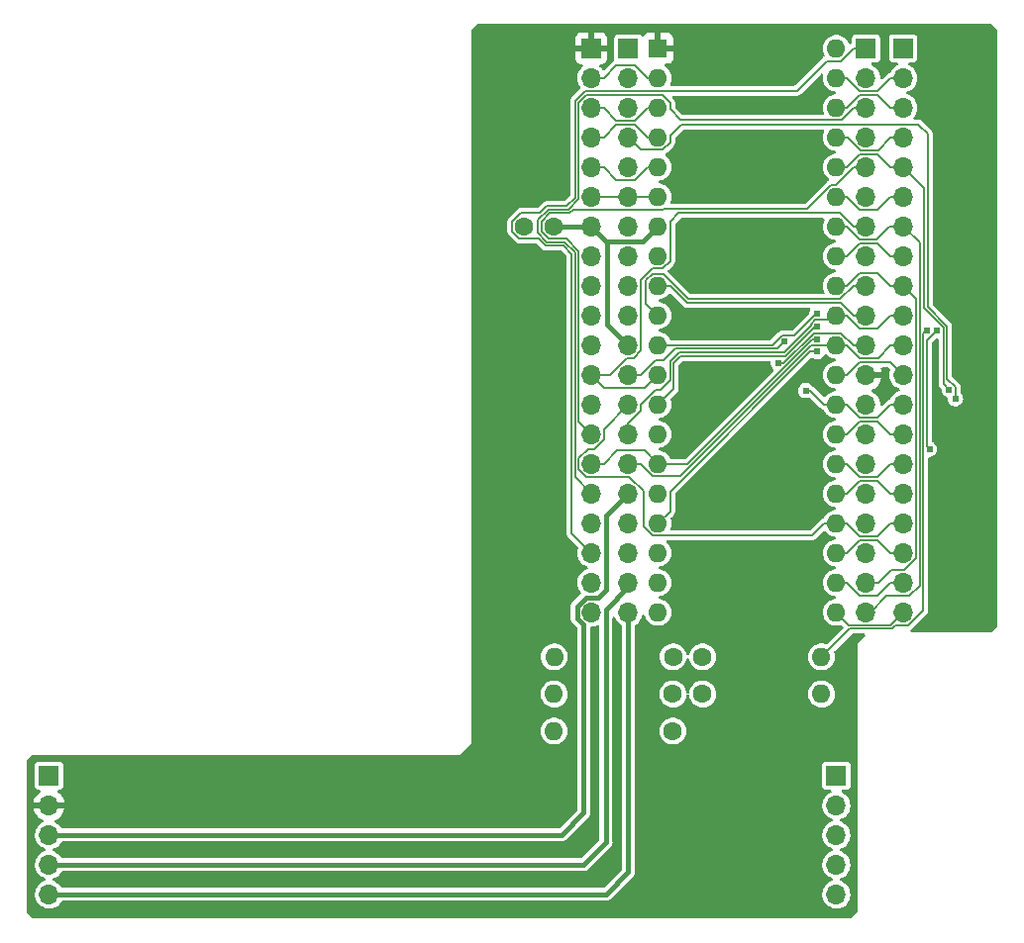
<source format=gtl>
G04 #@! TF.GenerationSoftware,KiCad,Pcbnew,(6.0.10-0)*
G04 #@! TF.CreationDate,2023-02-15T13:21:11+09:00*
G04 #@! TF.ProjectId,MEZ6809LED,4d455a36-3830-4394-9c45-442e6b696361,A*
G04 #@! TF.SameCoordinates,PX5ee3fe0PY8f872a0*
G04 #@! TF.FileFunction,Copper,L1,Top*
G04 #@! TF.FilePolarity,Positive*
%FSLAX46Y46*%
G04 Gerber Fmt 4.6, Leading zero omitted, Abs format (unit mm)*
G04 Created by KiCad (PCBNEW (6.0.10-0)) date 2023-02-15 13:21:11*
%MOMM*%
%LPD*%
G01*
G04 APERTURE LIST*
G04 #@! TA.AperFunction,ComponentPad*
%ADD10R,1.700000X1.700000*%
G04 #@! TD*
G04 #@! TA.AperFunction,ComponentPad*
%ADD11O,1.700000X1.700000*%
G04 #@! TD*
G04 #@! TA.AperFunction,ComponentPad*
%ADD12R,1.600000X1.600000*%
G04 #@! TD*
G04 #@! TA.AperFunction,ComponentPad*
%ADD13O,1.600000X1.600000*%
G04 #@! TD*
G04 #@! TA.AperFunction,ComponentPad*
%ADD14C,1.600000*%
G04 #@! TD*
G04 #@! TA.AperFunction,ViaPad*
%ADD15C,0.605000*%
G04 #@! TD*
G04 #@! TA.AperFunction,Conductor*
%ADD16C,0.152400*%
G04 #@! TD*
G04 #@! TA.AperFunction,Conductor*
%ADD17C,0.400000*%
G04 #@! TD*
G04 APERTURE END LIST*
D10*
X48260000Y74930000D03*
D11*
X48260000Y72390000D03*
X48260000Y69850000D03*
X48260000Y67310000D03*
X48260000Y64770000D03*
X48260000Y62230000D03*
X48260000Y59690000D03*
X48260000Y57150000D03*
X48260000Y54610000D03*
X48260000Y52070000D03*
X48260000Y49530000D03*
X48260000Y46990000D03*
X48260000Y44450000D03*
X48260000Y41910000D03*
X48260000Y39370000D03*
X48260000Y36830000D03*
X48260000Y34290000D03*
X48260000Y31750000D03*
X48260000Y29210000D03*
X48260000Y26670000D03*
D12*
X53970000Y74930000D03*
D13*
X53970000Y72390000D03*
X53970000Y69850000D03*
X53970000Y67310000D03*
X53970000Y64770000D03*
X53970000Y62230000D03*
X53970000Y59690000D03*
X53970000Y57150000D03*
X53970000Y54610000D03*
X53970000Y52070000D03*
X53970000Y49530000D03*
X53970000Y46990000D03*
X53970000Y44450000D03*
X53970000Y41910000D03*
X53970000Y39370000D03*
X53970000Y36830000D03*
X53970000Y34290000D03*
X53970000Y31750000D03*
X53970000Y29210000D03*
X53970000Y26670000D03*
X69210000Y26670000D03*
X69210000Y29210000D03*
X69210000Y31750000D03*
X69210000Y34290000D03*
X69210000Y36830000D03*
X69210000Y39370000D03*
X69210000Y41910000D03*
X69210000Y44450000D03*
X69210000Y46990000D03*
X69210000Y49530000D03*
X69210000Y52070000D03*
X69210000Y54610000D03*
X69210000Y57150000D03*
X69210000Y59690000D03*
X69210000Y62230000D03*
X69210000Y64770000D03*
X69210000Y67310000D03*
X69210000Y69850000D03*
X69210000Y72390000D03*
X69210000Y74930000D03*
D14*
X55245000Y19685000D03*
D13*
X45085000Y19685000D03*
D10*
X1905000Y12695000D03*
D11*
X1905000Y10155000D03*
X1905000Y7615000D03*
X1905000Y5075000D03*
X1905000Y2535000D03*
D14*
X55245000Y16510000D03*
D13*
X45085000Y16510000D03*
D14*
X45045000Y59690000D03*
X42545000Y59690000D03*
X57785000Y22860000D03*
D13*
X67945000Y22860000D03*
D10*
X74930000Y74930000D03*
D11*
X74930000Y72390000D03*
X74930000Y69850000D03*
X74930000Y67310000D03*
X74930000Y64770000D03*
X74930000Y62230000D03*
X74930000Y59690000D03*
X74930000Y57150000D03*
X74930000Y54610000D03*
X74930000Y52070000D03*
X74930000Y49530000D03*
X74930000Y46990000D03*
X74930000Y44450000D03*
X74930000Y41910000D03*
X74930000Y39370000D03*
X74930000Y36830000D03*
X74930000Y34290000D03*
X74930000Y31750000D03*
X74930000Y29210000D03*
X74930000Y26670000D03*
D14*
X57785000Y19685000D03*
D13*
X67945000Y19685000D03*
D10*
X69215000Y12695000D03*
D11*
X69215000Y10155000D03*
X69215000Y7615000D03*
X69215000Y5075000D03*
X69215000Y2535000D03*
D14*
X55270000Y22860000D03*
D13*
X45110000Y22860000D03*
D10*
X71755000Y74930000D03*
D11*
X71755000Y72390000D03*
X71755000Y69850000D03*
X71755000Y67310000D03*
X71755000Y64770000D03*
X71755000Y62230000D03*
X71755000Y59690000D03*
X71755000Y57150000D03*
X71755000Y54610000D03*
X71755000Y52070000D03*
X71755000Y49530000D03*
X71755000Y46990000D03*
X71755000Y44450000D03*
X71755000Y41910000D03*
X71755000Y39370000D03*
X71755000Y36830000D03*
X71755000Y34290000D03*
X71755000Y31750000D03*
X71755000Y29210000D03*
X71755000Y26670000D03*
D10*
X51435000Y74930000D03*
D11*
X51435000Y72390000D03*
X51435000Y69850000D03*
X51435000Y67310000D03*
X51435000Y64770000D03*
X51435000Y62230000D03*
X51435000Y59690000D03*
X51435000Y57150000D03*
X51435000Y54610000D03*
X51435000Y52070000D03*
X51435000Y49530000D03*
X51435000Y46990000D03*
X51435000Y44450000D03*
X51435000Y41910000D03*
X51435000Y39370000D03*
X51435000Y36830000D03*
X51435000Y34290000D03*
X51435000Y31750000D03*
X51435000Y29210000D03*
X51435000Y26670000D03*
D15*
X50546000Y22860000D03*
X48514000Y22860000D03*
X56515000Y69850000D03*
X67310000Y69850000D03*
X67310000Y67310000D03*
X56515000Y67310000D03*
X57150000Y59690000D03*
X64135000Y52070000D03*
X57150000Y52070000D03*
X62230000Y46990000D03*
X57150000Y46990000D03*
X66040000Y43815000D03*
X57150000Y41910000D03*
X66040000Y39370000D03*
X66040000Y31750000D03*
X57150000Y31750000D03*
X38227000Y14351000D03*
X48514000Y14097000D03*
X50546000Y14097000D03*
X50546000Y8255000D03*
X48514000Y8255000D03*
X4445000Y6350000D03*
X4445000Y3810000D03*
X66040000Y2540000D03*
X81915000Y26035000D03*
X81915000Y76200000D03*
X38735000Y76200000D03*
X76934500Y50800000D03*
X78867000Y45720000D03*
X77174800Y40640000D03*
X77851000Y50800000D03*
X64257400Y47998500D03*
X67564000Y52219600D03*
X67564000Y51104300D03*
X67564000Y50038000D03*
X67564000Y48976300D03*
X64803141Y49817141D03*
X66605959Y45650959D03*
X79397600Y44958000D03*
X64755000Y73597900D03*
D16*
X51435000Y44450000D02*
X49338600Y42353600D01*
X51511500Y38291400D02*
X52737900Y37065000D01*
X49338600Y41463229D02*
X48515371Y40640000D01*
X49338600Y42353600D02*
X49338600Y41463229D01*
X47181400Y39826400D02*
X47181400Y38923229D01*
X48515371Y40640000D02*
X47995000Y40640000D01*
X47181400Y38923229D02*
X47813229Y38291400D01*
X47995000Y40640000D02*
X47181400Y39826400D01*
X47813229Y38291400D02*
X51511500Y38291400D01*
X52737900Y37065000D02*
X52737900Y33996100D01*
X67152600Y33261300D02*
X68181300Y34290000D01*
X52737900Y33996100D02*
X53472700Y33261300D01*
X53472700Y33261300D02*
X67152600Y33261300D01*
X68181300Y34290000D02*
X69210000Y34290000D01*
X71755000Y74930000D02*
X70676300Y74930000D01*
X70676300Y74930000D02*
X69597600Y73851300D01*
X69597600Y73851300D02*
X68372500Y73851300D01*
X68372500Y73851300D02*
X65832400Y71311200D01*
X65832400Y71311200D02*
X47764777Y71311200D01*
X47764777Y71311200D02*
X46876600Y70423023D01*
X46876600Y70423023D02*
X46876600Y62166652D01*
X46876600Y62166652D02*
X46149148Y61439200D01*
X46149148Y61439200D02*
X44466796Y61439200D01*
X44466796Y61439200D02*
X43860596Y60833000D01*
X43860596Y60833000D02*
X42233339Y60833000D01*
X42233339Y60833000D02*
X41516400Y60116061D01*
X41516400Y60116061D02*
X41516400Y59263939D01*
X41516400Y59263939D02*
X42118939Y58661400D01*
X42118939Y58661400D02*
X43756835Y58661400D01*
X43756835Y58661400D02*
X44366435Y58051800D01*
X44366435Y58051800D02*
X45861096Y58051800D01*
X45861096Y58051800D02*
X46571800Y57341096D01*
X46571800Y57341096D02*
X46571800Y33438200D01*
X46571800Y33438200D02*
X48260000Y31750000D01*
X70676300Y69850000D02*
X69647500Y68821200D01*
X69647500Y68821200D02*
X55892800Y68821200D01*
X71755000Y69850000D02*
X70676300Y69850000D01*
X55892800Y68821200D02*
X54998600Y69715400D01*
X54998600Y69715400D02*
X54998600Y70276061D01*
X54998600Y70276061D02*
X54338861Y70935800D01*
X54338861Y70935800D02*
X47820429Y70935800D01*
X47820429Y70935800D02*
X47181400Y70296771D01*
X47181400Y70296771D02*
X47181400Y62040400D01*
X47181400Y62040400D02*
X46275400Y61134400D01*
X46275400Y61134400D02*
X44593048Y61134400D01*
X44593048Y61134400D02*
X43711600Y60252952D01*
X43711600Y60252952D02*
X43711600Y59137687D01*
X43711600Y59137687D02*
X44492687Y58356600D01*
X44492687Y58356600D02*
X45987348Y58356600D01*
X45987348Y58356600D02*
X46876600Y57467348D01*
X46876600Y57467348D02*
X46876600Y38213400D01*
X46876600Y38213400D02*
X48260000Y36830000D01*
X69164900Y63258600D02*
X68783939Y63258600D01*
X66739339Y61214000D02*
X54408661Y61214000D01*
X68783939Y63258600D02*
X66739339Y61214000D01*
X54408661Y61214000D02*
X54346061Y61151400D01*
X71755000Y64770000D02*
X70676300Y64770000D01*
X54346061Y61151400D02*
X46723452Y61151400D01*
X70676300Y64770000D02*
X69164900Y63258600D01*
X46723452Y61151400D02*
X46401652Y60829600D01*
X46401652Y60829600D02*
X44719300Y60829600D01*
X44719300Y60829600D02*
X44016400Y60126700D01*
X44016400Y60126700D02*
X44016400Y59263939D01*
X44016400Y59263939D02*
X44618939Y58661400D01*
X44618939Y58661400D02*
X46113600Y58661400D01*
X46113600Y58661400D02*
X47181400Y57593600D01*
X47181400Y57593600D02*
X47181400Y42988600D01*
X47181400Y42988600D02*
X48260000Y41910000D01*
X77174800Y40640000D02*
X76949000Y40865800D01*
X76949000Y40865800D02*
X76949000Y49898000D01*
X76949000Y49898000D02*
X77851000Y50800000D01*
X76934500Y50800000D02*
X76644200Y50509700D01*
X76644200Y50509700D02*
X76644200Y26858829D01*
X70371600Y25286600D02*
X67945000Y22860000D01*
X76644200Y26858829D02*
X75376771Y25591400D01*
X75376771Y25591400D02*
X74282452Y25591400D01*
X74282452Y25591400D02*
X73977652Y25286600D01*
X73977652Y25286600D02*
X70371600Y25286600D01*
X67564000Y52219600D02*
X67497159Y52219600D01*
X67497159Y52219600D02*
X65625800Y50348241D01*
X65625800Y50348241D02*
X64583152Y50348241D01*
X64583152Y50348241D02*
X63764911Y49530000D01*
X63764911Y49530000D02*
X53970000Y49530000D01*
X64211200Y49225200D02*
X55448200Y49225200D01*
X54483000Y48260000D02*
X53783700Y48260000D01*
X55448200Y49225200D02*
X54483000Y48260000D01*
X64803141Y49817141D02*
X64211200Y49225200D01*
X53783700Y48260000D02*
X52513700Y46990000D01*
X52513700Y46990000D02*
X51435000Y46990000D01*
X51435000Y42853700D02*
X52513700Y43932400D01*
X51435000Y41910000D02*
X51435000Y42853700D01*
X52513700Y44448361D02*
X53785339Y45720000D01*
X53785339Y45720000D02*
X54154661Y45720000D01*
X52513700Y43932400D02*
X52513700Y44448361D01*
X54154661Y45720000D02*
X54998600Y46563939D01*
X54998600Y46563939D02*
X54998600Y48140600D01*
X54998600Y48140600D02*
X55778400Y48920400D01*
X55778400Y48920400D02*
X64756544Y48920400D01*
X64756544Y48920400D02*
X67032900Y51196756D01*
X67032900Y51196756D02*
X67032900Y51324289D01*
X67032900Y51324289D02*
X67397611Y51689000D01*
X67397611Y51689000D02*
X68829000Y51689000D01*
X68829000Y51689000D02*
X69210000Y52070000D01*
X67564000Y51104300D02*
X67371496Y51104300D01*
X64882796Y48615600D02*
X55904652Y48615600D01*
X55904652Y48615600D02*
X55303400Y48014348D01*
X55303400Y48014348D02*
X55303400Y45783400D01*
X67371496Y51104300D02*
X64882796Y48615600D01*
X55303400Y45783400D02*
X53970000Y44450000D01*
X71755000Y49530000D02*
X70676300Y49530000D01*
X70676300Y49530000D02*
X69632600Y50573700D01*
X69632600Y50573700D02*
X67271948Y50573700D01*
X67271948Y50573700D02*
X64696748Y47998500D01*
X64696748Y47998500D02*
X64257400Y47998500D01*
X67564000Y48976300D02*
X66967704Y48976300D01*
X54998600Y35318600D02*
X53970000Y34290000D01*
X66967704Y48976300D02*
X54998600Y37007196D01*
X54998600Y37007196D02*
X54998600Y35318600D01*
X74930000Y59690000D02*
X73787000Y59690000D01*
X73787000Y59690000D02*
X72685800Y58588800D01*
X72685800Y58588800D02*
X71211300Y58588800D01*
X71211300Y58588800D02*
X70110100Y59690000D01*
X70110100Y59690000D02*
X69210000Y59690000D01*
X53970000Y64770000D02*
X53086000Y64770000D01*
X53086000Y64770000D02*
X52007300Y63691300D01*
X52007300Y63691300D02*
X50417400Y63691300D01*
X50417400Y63691300D02*
X49338700Y64770000D01*
X49338700Y64770000D02*
X48260000Y64770000D01*
X54998600Y67444600D02*
X54998600Y66883939D01*
X54392761Y66278100D02*
X52466900Y66278100D01*
X78686900Y46662100D02*
X78686900Y51146241D01*
X54998600Y66883939D02*
X54392761Y66278100D01*
X77012800Y67641900D02*
X76232900Y68421800D01*
X78686900Y51146241D02*
X77012800Y52820341D01*
X77012800Y52820341D02*
X77012800Y67641900D01*
X76232900Y68421800D02*
X55975800Y68421800D01*
X55975800Y68421800D02*
X54998600Y67444600D01*
X79397600Y45951400D02*
X78686900Y46662100D01*
X79397600Y44958000D02*
X79397600Y45951400D01*
X52466900Y66278100D02*
X51435000Y67310000D01*
X70676300Y59690000D02*
X69533300Y60833000D01*
X53527300Y56121400D02*
X52514100Y55108200D01*
X52514100Y49073900D02*
X51877700Y48437500D01*
X69533300Y60833000D02*
X55753000Y60833000D01*
X51331900Y48437500D02*
X49884400Y46990000D01*
X55753000Y60833000D02*
X54998600Y60078600D01*
X54998600Y60078600D02*
X54998600Y56723939D01*
X54998600Y56723939D02*
X54396061Y56121400D01*
X71755000Y59690000D02*
X70676300Y59690000D01*
X54396061Y56121400D02*
X53527300Y56121400D01*
X51877700Y48437500D02*
X51331900Y48437500D01*
X52514100Y55108200D02*
X52514100Y49073900D01*
X49884400Y46990000D02*
X48260000Y46990000D01*
X51435000Y39370000D02*
X52513700Y39370000D01*
X52513700Y39370000D02*
X53542300Y38341400D01*
X53542300Y38341400D02*
X55359400Y38341400D01*
X55359400Y38341400D02*
X55372000Y38354000D01*
X55372000Y38354000D02*
X55914352Y38354000D01*
X55914352Y38354000D02*
X67067252Y49506900D01*
X67067252Y49506900D02*
X69186900Y49506900D01*
X69186900Y49506900D02*
X69210000Y49530000D01*
X78867000Y45720000D02*
X78382100Y46204900D01*
X78382100Y51019989D02*
X76708000Y52694089D01*
X78382100Y46204900D02*
X78382100Y51019989D01*
X76708000Y52694089D02*
X76708000Y62992000D01*
X76708000Y62992000D02*
X74930000Y64770000D01*
X71755000Y54610000D02*
X70676300Y54610000D01*
X69519800Y53453500D02*
X56586252Y53453500D01*
X56586252Y53453500D02*
X54401152Y55638600D01*
X54401152Y55638600D02*
X53475800Y55638600D01*
X70676300Y54610000D02*
X69519800Y53453500D01*
X53475800Y55638600D02*
X52941300Y55104100D01*
X52941300Y55104100D02*
X52941300Y53098700D01*
X52941300Y53098700D02*
X53970000Y52070000D01*
X67167300Y50038000D02*
X56499300Y39370000D01*
X56499300Y39370000D02*
X53970000Y39370000D01*
X67564000Y50038000D02*
X67167300Y50038000D01*
X48260000Y39370000D02*
X49338700Y39370000D01*
X49338700Y39370000D02*
X50481700Y40513000D01*
X50481700Y40513000D02*
X52827000Y40513000D01*
X52827000Y40513000D02*
X53970000Y39370000D01*
X48260000Y46990000D02*
X49377500Y45872500D01*
X52852500Y45872500D02*
X53970000Y46990000D01*
X49377500Y45872500D02*
X52852500Y45872500D01*
X74930000Y26670000D02*
X73851400Y25591400D01*
X73851400Y25591400D02*
X70288600Y25591400D01*
X70288600Y25591400D02*
X69210000Y26670000D01*
X71755000Y26670000D02*
X72136000Y26670000D01*
X72136000Y26670000D02*
X73533000Y28067000D01*
X75438000Y28067000D02*
X76339400Y28968400D01*
X73533000Y28067000D02*
X75438000Y28067000D01*
X76339400Y28968400D02*
X76339400Y58280600D01*
X76339400Y58280600D02*
X74930000Y59690000D01*
X74930000Y29210000D02*
X73851300Y29210000D01*
X73851300Y29210000D02*
X72750100Y28108800D01*
X72750100Y28108800D02*
X71211300Y28108800D01*
X71211300Y28108800D02*
X70110100Y29210000D01*
X70110100Y29210000D02*
X69210000Y29210000D01*
X74930000Y31750000D02*
X73851300Y31750000D01*
X73851300Y31750000D02*
X72740000Y32861300D01*
X72740000Y32861300D02*
X71225400Y32861300D01*
X71225400Y32861300D02*
X70114100Y31750000D01*
X70114100Y31750000D02*
X69210000Y31750000D01*
X74930000Y34290000D02*
X73851300Y34290000D01*
X73851300Y34290000D02*
X72750100Y33188800D01*
X72750100Y33188800D02*
X71205200Y33188800D01*
X71205200Y33188800D02*
X70104000Y34290000D01*
X70104000Y34290000D02*
X69210000Y34290000D01*
X74930000Y39370000D02*
X73851300Y39370000D01*
X73851300Y39370000D02*
X72750100Y38268800D01*
X72750100Y38268800D02*
X71211300Y38268800D01*
X71211300Y38268800D02*
X70110100Y39370000D01*
X70110100Y39370000D02*
X69210000Y39370000D01*
X74930000Y36830000D02*
X73851300Y36830000D01*
X72740000Y37941300D02*
X71221400Y37941300D01*
X73851300Y36830000D02*
X72740000Y37941300D01*
X71221400Y37941300D02*
X70110100Y36830000D01*
X70110100Y36830000D02*
X69210000Y36830000D01*
X74930000Y41910000D02*
X73851300Y41910000D01*
X73851300Y41910000D02*
X72745000Y43016300D01*
X72745000Y43016300D02*
X71216400Y43016300D01*
X71216400Y43016300D02*
X70110100Y41910000D01*
X70110100Y41910000D02*
X69210000Y41910000D01*
X74930000Y44450000D02*
X73851300Y44450000D01*
X73851300Y44450000D02*
X72750100Y43348800D01*
X71211300Y43348800D02*
X70110100Y44450000D01*
X72750100Y43348800D02*
X71211300Y43348800D01*
X70110100Y44450000D02*
X69210000Y44450000D01*
X69210000Y46990000D02*
X70112100Y46990000D01*
X73851400Y48068600D02*
X74930000Y46990000D01*
X70112100Y46990000D02*
X71190700Y48068600D01*
X71190700Y48068600D02*
X73851400Y48068600D01*
X69210000Y49530000D02*
X70110100Y49530000D01*
X70110100Y49530000D02*
X71188800Y48451300D01*
X71188800Y48451300D02*
X72772600Y48451300D01*
X72772600Y48451300D02*
X73851300Y49530000D01*
X73851300Y49530000D02*
X74930000Y49530000D01*
X74930000Y52070000D02*
X73851300Y52070000D01*
X73851300Y52070000D02*
X72738300Y50957000D01*
X72738300Y50957000D02*
X71223100Y50957000D01*
X71223100Y50957000D02*
X70110100Y52070000D01*
X70110100Y52070000D02*
X69210000Y52070000D01*
X71755000Y29210000D02*
X72833700Y29210000D01*
X72833700Y29210000D02*
X73912400Y30288700D01*
X73912400Y30288700D02*
X74999100Y30288700D01*
X74999100Y30288700D02*
X76008700Y31298300D01*
X76008700Y31298300D02*
X76008700Y53531300D01*
X76008700Y53531300D02*
X74930000Y54610000D01*
X74930000Y54610000D02*
X73851300Y54610000D01*
X73851300Y54610000D02*
X72767300Y55694000D01*
X71194100Y55694000D02*
X70110100Y54610000D01*
X72767300Y55694000D02*
X71194100Y55694000D01*
X70110100Y54610000D02*
X69210000Y54610000D01*
X74930000Y57150000D02*
X73851300Y57150000D01*
X73851300Y57150000D02*
X72745000Y58256300D01*
X72745000Y58256300D02*
X71216400Y58256300D01*
X71216400Y58256300D02*
X70110100Y57150000D01*
X70110100Y57150000D02*
X69210000Y57150000D01*
X74930000Y62230000D02*
X73851300Y62230000D01*
X72740100Y61118800D02*
X71221300Y61118800D01*
X71221300Y61118800D02*
X70110100Y62230000D01*
X73851300Y62230000D02*
X72740100Y61118800D01*
X70110100Y62230000D02*
X69210000Y62230000D01*
X74930000Y64770000D02*
X73851300Y64770000D01*
X73851300Y64770000D02*
X72740000Y65881300D01*
X72740000Y65881300D02*
X71221400Y65881300D01*
X71221400Y65881300D02*
X70110100Y64770000D01*
X70110100Y64770000D02*
X69210000Y64770000D01*
X74930000Y72390000D02*
X73851300Y72390000D01*
X73851300Y72390000D02*
X72750100Y71288800D01*
X72750100Y71288800D02*
X71211300Y71288800D01*
X70110100Y72390000D02*
X69210000Y72390000D01*
X71211300Y71288800D02*
X70110100Y72390000D01*
X74930000Y69850000D02*
X73851300Y69850000D01*
X73851300Y69850000D02*
X72740000Y70961300D01*
X72740000Y70961300D02*
X71221400Y70961300D01*
X71221400Y70961300D02*
X70110100Y69850000D01*
X70110100Y69850000D02*
X69210000Y69850000D01*
X74930000Y67310000D02*
X73851300Y67310000D01*
X70229629Y67310000D02*
X69210000Y67310000D01*
X73851300Y67310000D02*
X72772700Y66231400D01*
X71308229Y66231400D02*
X70229629Y67310000D01*
X72772700Y66231400D02*
X71308229Y66231400D01*
X66605959Y45650959D02*
X66980341Y45650959D01*
X66980341Y45650959D02*
X68181300Y44450000D01*
X68181300Y44450000D02*
X69210000Y44450000D01*
X53970000Y67310000D02*
X53069900Y67310000D01*
X53069900Y67310000D02*
X51991200Y68388700D01*
X51991200Y68388700D02*
X50417400Y68388700D01*
X50417400Y68388700D02*
X49338700Y67310000D01*
X49338700Y67310000D02*
X48260000Y67310000D01*
X53970000Y69850000D02*
X53069900Y69850000D01*
X53069900Y69850000D02*
X51991200Y68771300D01*
X50417400Y68771300D02*
X49338700Y69850000D01*
X51991200Y68771300D02*
X50417400Y68771300D01*
X49338700Y69850000D02*
X48260000Y69850000D01*
X53970000Y72390000D02*
X53069900Y72390000D01*
X53069900Y72390000D02*
X51991200Y73468700D01*
X51991200Y73468700D02*
X50417400Y73468700D01*
X50417400Y73468700D02*
X49338700Y72390000D01*
X49338700Y72390000D02*
X48260000Y72390000D01*
X53970000Y62230000D02*
X51435000Y62230000D01*
X51435000Y62230000D02*
X48260000Y62230000D01*
X69597600Y53148700D02*
X70676300Y52070000D01*
X56460000Y53148700D02*
X69597600Y53148700D01*
X54998700Y54610000D02*
X56460000Y53148700D01*
X53970000Y54610000D02*
X54998700Y54610000D01*
X71755000Y52070000D02*
X70676300Y52070000D01*
D17*
X48260000Y59690000D02*
X49530000Y58420000D01*
X52700000Y58420000D02*
X53970000Y59690000D01*
X49530000Y58420000D02*
X52700000Y58420000D01*
X45045000Y59690000D02*
X48260000Y59690000D01*
X48260000Y59690000D02*
X49530000Y58420000D01*
X49657000Y51308000D02*
X51435000Y49530000D01*
X49657000Y58293000D02*
X49657000Y51308000D01*
X49530000Y58420000D02*
X49657000Y58293000D01*
X49525000Y2535000D02*
X1905000Y2535000D01*
X51435000Y4445000D02*
X49525000Y2535000D01*
X51435000Y26670000D02*
X51435000Y4445000D01*
X47625000Y9525000D02*
X45715000Y7615000D01*
X45715000Y7615000D02*
X1905000Y7615000D01*
X47057600Y27168051D02*
X47057600Y26171949D01*
X49530000Y34925000D02*
X49530000Y28575000D01*
X47625000Y25604549D02*
X47625000Y9525000D01*
X49530000Y28575000D02*
X48895000Y27940000D01*
X47829549Y27940000D02*
X47057600Y27168051D01*
X51435000Y36830000D02*
X49530000Y34925000D01*
X48895000Y27940000D02*
X47829549Y27940000D01*
X47057600Y26171949D02*
X47625000Y25604549D01*
X47620000Y5075000D02*
X1905000Y5075000D01*
X51435000Y29210000D02*
X51435000Y28829000D01*
X49530000Y26924000D02*
X49530000Y6985000D01*
X51435000Y28829000D02*
X49530000Y26924000D01*
X49530000Y6985000D02*
X47620000Y5075000D01*
G04 #@! TA.AperFunction,Conductor*
G36*
X82515931Y76979998D02*
G01*
X82536905Y76963095D01*
X82963095Y76536905D01*
X82997121Y76474593D01*
X83000000Y76447810D01*
X83000000Y25552190D01*
X82979998Y25484069D01*
X82963095Y25463095D01*
X82536905Y25036905D01*
X82474593Y25002879D01*
X82447810Y25000000D01*
X75681346Y25000000D01*
X75613225Y25020002D01*
X75566732Y25073658D01*
X75556628Y25143932D01*
X75586122Y25208512D01*
X75610520Y25230210D01*
X75610830Y25230421D01*
X75619321Y25234498D01*
X75624343Y25239141D01*
X75630412Y25242293D01*
X75635190Y25246374D01*
X75670365Y25281549D01*
X75673931Y25284979D01*
X75706627Y25315203D01*
X75713542Y25321595D01*
X75717081Y25327687D01*
X75722040Y25333224D01*
X76922722Y26533906D01*
X76933812Y26543761D01*
X76951366Y26557599D01*
X76951370Y26557603D01*
X76958765Y26563433D01*
X76990311Y26609077D01*
X76992606Y26612289D01*
X77019965Y26649330D01*
X77025562Y26656907D01*
X77027828Y26663358D01*
X77031717Y26668986D01*
X77048464Y26721942D01*
X77049700Y26725644D01*
X77064954Y26769080D01*
X77068076Y26777970D01*
X77068344Y26784802D01*
X77070407Y26791324D01*
X77070900Y26797588D01*
X77070900Y26847359D01*
X77070997Y26852306D01*
X77071302Y26860058D01*
X77073114Y26906181D01*
X77071308Y26912992D01*
X77070900Y26920406D01*
X77070900Y39860525D01*
X77090902Y39928646D01*
X77144558Y39975139D01*
X77198879Y39986509D01*
X77235961Y39985926D01*
X77235964Y39985926D01*
X77243558Y39985807D01*
X77397620Y40021092D01*
X77538819Y40092108D01*
X77659002Y40194754D01*
X77722229Y40282743D01*
X77746794Y40316929D01*
X77746795Y40316930D01*
X77751231Y40323104D01*
X77810182Y40469750D01*
X77832452Y40626224D01*
X77832596Y40640000D01*
X77813608Y40796906D01*
X77757741Y40944754D01*
X77734338Y40978805D01*
X77672522Y41068749D01*
X77672521Y41068751D01*
X77668220Y41075008D01*
X77658541Y41083632D01*
X77555884Y41175097D01*
X77555880Y41175100D01*
X77550213Y41180149D01*
X77543505Y41183701D01*
X77543503Y41183702D01*
X77442741Y41237052D01*
X77391898Y41286605D01*
X77375700Y41348407D01*
X77375700Y49669065D01*
X77395702Y49737186D01*
X77412605Y49758160D01*
X77740305Y50085860D01*
X77802617Y50119886D01*
X77873432Y50114821D01*
X77930268Y50072274D01*
X77955079Y50005754D01*
X77955400Y49996765D01*
X77955400Y46237710D01*
X77954527Y46222902D01*
X77950792Y46191345D01*
X77952484Y46182083D01*
X77952484Y46182074D01*
X77960763Y46136748D01*
X77961414Y46132840D01*
X77969656Y46078016D01*
X77972616Y46071852D01*
X77973845Y46065123D01*
X77999422Y46015885D01*
X78001179Y46012369D01*
X78021120Y45970841D01*
X78021122Y45970837D01*
X78025198Y45962350D01*
X78029841Y45957328D01*
X78032993Y45951259D01*
X78037074Y45946481D01*
X78072249Y45911306D01*
X78075678Y45907741D01*
X78112295Y45868129D01*
X78118387Y45864590D01*
X78123924Y45859631D01*
X78173182Y45810373D01*
X78207208Y45748061D01*
X78209314Y45727452D01*
X78209240Y45726888D01*
X78213002Y45692814D01*
X78225326Y45581190D01*
X78226584Y45569792D01*
X78229194Y45562661D01*
X78229194Y45562659D01*
X78243110Y45524631D01*
X78280899Y45421367D01*
X78285136Y45415061D01*
X78285138Y45415058D01*
X78317659Y45366663D01*
X78369052Y45290183D01*
X78485951Y45183812D01*
X78492624Y45180189D01*
X78492628Y45180186D01*
X78618172Y45112022D01*
X78618174Y45112021D01*
X78624849Y45108397D01*
X78632198Y45106469D01*
X78646885Y45102616D01*
X78707701Y45065982D01*
X78739056Y45002285D01*
X78740905Y44979420D01*
X78740832Y44972421D01*
X78739840Y44964888D01*
X78746448Y44905037D01*
X78756136Y44817286D01*
X78757184Y44807792D01*
X78759794Y44800661D01*
X78759794Y44800659D01*
X78773648Y44762802D01*
X78811499Y44659367D01*
X78815736Y44653061D01*
X78815738Y44653058D01*
X78851539Y44599782D01*
X78899652Y44528183D01*
X79016551Y44421812D01*
X79023224Y44418189D01*
X79023228Y44418186D01*
X79087614Y44383228D01*
X79155449Y44346397D01*
X79308327Y44306290D01*
X79391677Y44304980D01*
X79458761Y44303926D01*
X79458764Y44303926D01*
X79466358Y44303807D01*
X79620420Y44339092D01*
X79761619Y44410108D01*
X79881802Y44512754D01*
X79974031Y44641104D01*
X80032982Y44787750D01*
X80055252Y44944224D01*
X80055396Y44958000D01*
X80054670Y44964004D01*
X80044441Y45048527D01*
X80036408Y45114906D01*
X79980541Y45262754D01*
X79911821Y45362743D01*
X79895322Y45386749D01*
X79895321Y45386751D01*
X79891020Y45393008D01*
X79885348Y45398061D01*
X79885346Y45398064D01*
X79866480Y45414874D01*
X79828925Y45475125D01*
X79824300Y45508949D01*
X79824300Y45918589D01*
X79825173Y45933400D01*
X79826022Y45940571D01*
X79828908Y45964954D01*
X79818936Y46019555D01*
X79818287Y46023453D01*
X79817125Y46031186D01*
X79810044Y46078284D01*
X79807084Y46084449D01*
X79805855Y46091176D01*
X79780297Y46140378D01*
X79778530Y46143915D01*
X79758581Y46185458D01*
X79758577Y46185464D01*
X79754502Y46193950D01*
X79749858Y46198974D01*
X79746707Y46205040D01*
X79742627Y46209818D01*
X79707451Y46244994D01*
X79704021Y46248560D01*
X79673797Y46281256D01*
X79673798Y46281256D01*
X79667405Y46288171D01*
X79661313Y46291710D01*
X79655776Y46296669D01*
X79150505Y46801940D01*
X79116479Y46864252D01*
X79113600Y46891035D01*
X79113600Y51113430D01*
X79114473Y51128241D01*
X79117101Y51150444D01*
X79118208Y51159795D01*
X79116516Y51169060D01*
X79108240Y51214376D01*
X79107590Y51218279D01*
X79100744Y51263814D01*
X79100744Y51263815D01*
X79099344Y51273125D01*
X79096384Y51279289D01*
X79095155Y51286018D01*
X79069578Y51335256D01*
X79067821Y51338772D01*
X79047880Y51380300D01*
X79047878Y51380304D01*
X79043802Y51388791D01*
X79039159Y51393813D01*
X79036007Y51399882D01*
X79031926Y51404659D01*
X78996763Y51439822D01*
X78993333Y51443388D01*
X78963096Y51476098D01*
X78956705Y51483012D01*
X78950612Y51486551D01*
X78945070Y51491515D01*
X77476405Y52960181D01*
X77442379Y53022493D01*
X77439500Y53049276D01*
X77439500Y67609097D01*
X77440373Y67623906D01*
X77443000Y67646103D01*
X77444107Y67655455D01*
X77442341Y67665126D01*
X77434142Y67710022D01*
X77433492Y67713925D01*
X77426644Y67759475D01*
X77426643Y67759478D01*
X77425244Y67768784D01*
X77422284Y67774949D01*
X77421055Y67781677D01*
X77395478Y67830915D01*
X77393721Y67834431D01*
X77373780Y67875959D01*
X77373778Y67875963D01*
X77369702Y67884450D01*
X77365059Y67889472D01*
X77361907Y67895541D01*
X77357826Y67900319D01*
X77322651Y67935494D01*
X77319221Y67939060D01*
X77288997Y67971756D01*
X77288998Y67971756D01*
X77282605Y67978671D01*
X77276513Y67982210D01*
X77270976Y67987169D01*
X76557823Y68700322D01*
X76547968Y68711412D01*
X76534130Y68728966D01*
X76534126Y68728970D01*
X76528296Y68736365D01*
X76482585Y68767957D01*
X76479462Y68770190D01*
X76434821Y68803162D01*
X76428371Y68805427D01*
X76422743Y68809317D01*
X76413768Y68812155D01*
X76413763Y68812158D01*
X76369854Y68826044D01*
X76366113Y68827292D01*
X76345333Y68834589D01*
X76322645Y68842557D01*
X76322642Y68842558D01*
X76313759Y68845677D01*
X76306923Y68845946D01*
X76300405Y68848007D01*
X76294141Y68848500D01*
X76244380Y68848500D01*
X76239434Y68848597D01*
X76239156Y68848608D01*
X76185548Y68850714D01*
X76178737Y68848908D01*
X76171322Y68848500D01*
X75927288Y68848500D01*
X75859167Y68868502D01*
X75812674Y68922158D01*
X75802570Y68992432D01*
X75830414Y69055069D01*
X75919904Y69162668D01*
X75919911Y69162678D01*
X75923602Y69167116D01*
X76031410Y69359621D01*
X76033266Y69365088D01*
X76033268Y69365093D01*
X76100475Y69563079D01*
X76100476Y69563084D01*
X76102331Y69568548D01*
X76103159Y69574257D01*
X76103160Y69574262D01*
X76133458Y69783228D01*
X76133991Y69786902D01*
X76135643Y69850000D01*
X76115454Y70069711D01*
X76055565Y70282064D01*
X75957980Y70479947D01*
X75937446Y70507446D01*
X75829420Y70652109D01*
X75829420Y70652110D01*
X75825967Y70656733D01*
X75711286Y70762743D01*
X75668189Y70802582D01*
X75668186Y70802584D01*
X75663949Y70806501D01*
X75477350Y70924236D01*
X75274955Y71004983D01*
X75219096Y71048804D01*
X75195795Y71115868D01*
X75212451Y71184883D01*
X75263775Y71233937D01*
X75281144Y71241326D01*
X75414907Y71286732D01*
X75414912Y71286734D01*
X75420379Y71288590D01*
X75612884Y71396398D01*
X75659243Y71434954D01*
X75778086Y71533796D01*
X75782518Y71537482D01*
X75858435Y71628762D01*
X75919908Y71702674D01*
X75919910Y71702677D01*
X75923602Y71707116D01*
X76031410Y71899621D01*
X76033266Y71905088D01*
X76033268Y71905093D01*
X76100475Y72103079D01*
X76100476Y72103084D01*
X76102331Y72108548D01*
X76103159Y72114257D01*
X76103160Y72114262D01*
X76128347Y72287979D01*
X76133991Y72326902D01*
X76135643Y72390000D01*
X76115454Y72609711D01*
X76099524Y72666197D01*
X76077921Y72742794D01*
X76055565Y72822064D01*
X75957980Y73019947D01*
X75890491Y73110326D01*
X75829420Y73192109D01*
X75829420Y73192110D01*
X75825967Y73196733D01*
X75711286Y73302743D01*
X75668189Y73342582D01*
X75668186Y73342584D01*
X75663949Y73346501D01*
X75477350Y73464236D01*
X75437348Y73480195D01*
X75421620Y73486470D01*
X75365760Y73530291D01*
X75342460Y73597355D01*
X75359116Y73666370D01*
X75410440Y73715424D01*
X75468310Y73729500D01*
X75813218Y73729500D01*
X75817768Y73730170D01*
X75817771Y73730170D01*
X75872426Y73738216D01*
X75872427Y73738216D01*
X75882112Y73739642D01*
X75932008Y73764140D01*
X75977507Y73786478D01*
X75977509Y73786479D01*
X75986855Y73791068D01*
X76069293Y73873650D01*
X76075963Y73887294D01*
X76116240Y73969694D01*
X76120536Y73978482D01*
X76127709Y74027649D01*
X76129840Y74042256D01*
X76129840Y74042260D01*
X76130500Y74046782D01*
X76130500Y75813218D01*
X76128815Y75824669D01*
X76121784Y75872426D01*
X76121784Y75872427D01*
X76120358Y75882112D01*
X76077246Y75969921D01*
X76073522Y75977507D01*
X76073521Y75977509D01*
X76068932Y75986855D01*
X75986350Y76069293D01*
X75960627Y76081867D01*
X75944540Y76089730D01*
X75881518Y76120536D01*
X75851027Y76124984D01*
X75817744Y76129840D01*
X75817740Y76129840D01*
X75813218Y76130500D01*
X74046782Y76130500D01*
X74042232Y76129830D01*
X74042229Y76129830D01*
X73987574Y76121784D01*
X73987573Y76121784D01*
X73977888Y76120358D01*
X73932930Y76098285D01*
X73882493Y76073522D01*
X73882491Y76073521D01*
X73873145Y76068932D01*
X73865787Y76061562D01*
X73865788Y76061562D01*
X73819595Y76015288D01*
X73790707Y75986350D01*
X73786134Y75976994D01*
X73786133Y75976993D01*
X73777580Y75959495D01*
X73739464Y75881518D01*
X73737020Y75864762D01*
X73731171Y75824669D01*
X73729500Y75813218D01*
X73729500Y74046782D01*
X73730170Y74042232D01*
X73730170Y74042229D01*
X73738216Y73987577D01*
X73739642Y73977888D01*
X73743958Y73969098D01*
X73773907Y73908099D01*
X73791068Y73873145D01*
X73873650Y73790707D01*
X73883006Y73786134D01*
X73883007Y73786133D01*
X73907264Y73774276D01*
X73978482Y73739464D01*
X74008973Y73735016D01*
X74042256Y73730160D01*
X74042260Y73730160D01*
X74046782Y73729500D01*
X74386570Y73729500D01*
X74454691Y73709498D01*
X74501184Y73655842D01*
X74511288Y73585568D01*
X74481794Y73520988D01*
X74430180Y73485288D01*
X74421382Y73482042D01*
X74410957Y73478196D01*
X74405996Y73475244D01*
X74405995Y73475244D01*
X74258873Y73387715D01*
X74221341Y73365386D01*
X74055457Y73219910D01*
X73918863Y73046640D01*
X73893450Y72998338D01*
X73825750Y72869663D01*
X73776330Y72818691D01*
X73742599Y72807051D01*
X73742733Y72806614D01*
X73733729Y72803844D01*
X73724416Y72802444D01*
X73718252Y72799484D01*
X73711523Y72798255D01*
X73662285Y72772678D01*
X73658769Y72770921D01*
X73617241Y72750980D01*
X73617237Y72750978D01*
X73608750Y72746902D01*
X73603728Y72742259D01*
X73597659Y72739107D01*
X73592881Y72735026D01*
X73557706Y72699851D01*
X73554141Y72696422D01*
X73514529Y72659805D01*
X73510990Y72653713D01*
X73506031Y72648176D01*
X73174795Y72316940D01*
X73112483Y72282914D01*
X73041668Y72287979D01*
X72984832Y72330526D01*
X72960229Y72394506D01*
X72940983Y72603954D01*
X72940454Y72609711D01*
X72924524Y72666197D01*
X72902921Y72742794D01*
X72880565Y72822064D01*
X72782980Y73019947D01*
X72715491Y73110326D01*
X72654420Y73192109D01*
X72654420Y73192110D01*
X72650967Y73196733D01*
X72536286Y73302743D01*
X72493189Y73342582D01*
X72493186Y73342584D01*
X72488949Y73346501D01*
X72302350Y73464236D01*
X72262348Y73480195D01*
X72246620Y73486470D01*
X72190760Y73530291D01*
X72167460Y73597355D01*
X72184116Y73666370D01*
X72235440Y73715424D01*
X72293310Y73729500D01*
X72638218Y73729500D01*
X72642768Y73730170D01*
X72642771Y73730170D01*
X72697426Y73738216D01*
X72697427Y73738216D01*
X72707112Y73739642D01*
X72757008Y73764140D01*
X72802507Y73786478D01*
X72802509Y73786479D01*
X72811855Y73791068D01*
X72894293Y73873650D01*
X72900963Y73887294D01*
X72941240Y73969694D01*
X72945536Y73978482D01*
X72952709Y74027649D01*
X72954840Y74042256D01*
X72954840Y74042260D01*
X72955500Y74046782D01*
X72955500Y75813218D01*
X72953815Y75824669D01*
X72946784Y75872426D01*
X72946784Y75872427D01*
X72945358Y75882112D01*
X72902246Y75969921D01*
X72898522Y75977507D01*
X72898521Y75977509D01*
X72893932Y75986855D01*
X72811350Y76069293D01*
X72785627Y76081867D01*
X72769540Y76089730D01*
X72706518Y76120536D01*
X72676027Y76124984D01*
X72642744Y76129840D01*
X72642740Y76129840D01*
X72638218Y76130500D01*
X70871782Y76130500D01*
X70867232Y76129830D01*
X70867229Y76129830D01*
X70812574Y76121784D01*
X70812573Y76121784D01*
X70802888Y76120358D01*
X70757930Y76098285D01*
X70707493Y76073522D01*
X70707491Y76073521D01*
X70698145Y76068932D01*
X70690787Y76061562D01*
X70690788Y76061562D01*
X70644595Y76015288D01*
X70615707Y75986350D01*
X70611134Y75976994D01*
X70611133Y75976993D01*
X70602580Y75959495D01*
X70564464Y75881518D01*
X70562020Y75864762D01*
X70556171Y75824669D01*
X70554500Y75813218D01*
X70554500Y75424155D01*
X70534498Y75356034D01*
X70483041Y75310571D01*
X70460299Y75299650D01*
X70451653Y75295499D01*
X70381586Y75284044D01*
X70316449Y75312288D01*
X70284107Y75353355D01*
X70197719Y75528531D01*
X70195165Y75533710D01*
X70068651Y75703133D01*
X69949562Y75813218D01*
X69917622Y75842743D01*
X69917620Y75842745D01*
X69913381Y75846663D01*
X69872549Y75872426D01*
X69739434Y75956416D01*
X69739433Y75956416D01*
X69734554Y75959495D01*
X69538160Y76037848D01*
X69532503Y76038973D01*
X69532497Y76038975D01*
X69336442Y76077972D01*
X69336440Y76077972D01*
X69330775Y76079099D01*
X69325000Y76079175D01*
X69324996Y76079175D01*
X69218976Y76080563D01*
X69119346Y76081867D01*
X69113649Y76080888D01*
X69113648Y76080888D01*
X68916650Y76047038D01*
X68916649Y76047038D01*
X68910953Y76046059D01*
X68712575Y75972873D01*
X68707614Y75969921D01*
X68707613Y75969921D01*
X68542750Y75871838D01*
X68530856Y75864762D01*
X68371881Y75725345D01*
X68240976Y75559292D01*
X68238287Y75554181D01*
X68238285Y75554178D01*
X68224792Y75528531D01*
X68142523Y75372164D01*
X68079820Y75170227D01*
X68054967Y74960246D01*
X68068796Y74749251D01*
X68070217Y74743655D01*
X68070218Y74743650D01*
X68087824Y74674329D01*
X68120845Y74544310D01*
X68123262Y74539067D01*
X68197430Y74378184D01*
X68207785Y74307947D01*
X68178522Y74243261D01*
X68145817Y74218192D01*
X68146235Y74217577D01*
X68138439Y74212278D01*
X68129950Y74208202D01*
X68124928Y74203559D01*
X68118859Y74200407D01*
X68114082Y74196326D01*
X68078919Y74161163D01*
X68075354Y74157734D01*
X68035729Y74121105D01*
X68032190Y74115012D01*
X68027226Y74109470D01*
X65692560Y71774805D01*
X65630248Y71740779D01*
X65603465Y71737900D01*
X55137885Y71737900D01*
X55069764Y71757902D01*
X55023271Y71811558D01*
X55013167Y71881832D01*
X55022760Y71915087D01*
X55025537Y71920045D01*
X55027393Y71925512D01*
X55027395Y71925517D01*
X55091309Y72113803D01*
X55093504Y72120270D01*
X55094577Y72127665D01*
X55123314Y72325860D01*
X55123314Y72325862D01*
X55123846Y72329530D01*
X55125429Y72390000D01*
X55106081Y72600560D01*
X55099331Y72624496D01*
X55079046Y72696421D01*
X55048686Y72804069D01*
X55043141Y72815315D01*
X54957719Y72988531D01*
X54955165Y72993710D01*
X54828651Y73163133D01*
X54673381Y73306663D01*
X54668503Y73309741D01*
X54668491Y73309750D01*
X54542190Y73389440D01*
X54495252Y73442706D01*
X54484564Y73512894D01*
X54513518Y73577718D01*
X54572922Y73616597D01*
X54609426Y73622001D01*
X54814669Y73622001D01*
X54821490Y73622371D01*
X54872352Y73627895D01*
X54887604Y73631521D01*
X55008054Y73676676D01*
X55023649Y73685214D01*
X55125724Y73761715D01*
X55138285Y73774276D01*
X55214786Y73876351D01*
X55223324Y73891946D01*
X55268478Y74012394D01*
X55272105Y74027649D01*
X55277631Y74078514D01*
X55278000Y74085328D01*
X55278000Y74657885D01*
X55273525Y74673124D01*
X55272135Y74674329D01*
X55264452Y74676000D01*
X53842000Y74676000D01*
X53773879Y74696002D01*
X53727386Y74749658D01*
X53716000Y74802000D01*
X53716000Y75202115D01*
X54224000Y75202115D01*
X54228475Y75186876D01*
X54229865Y75185671D01*
X54237548Y75184000D01*
X55259884Y75184000D01*
X55275123Y75188475D01*
X55276328Y75189865D01*
X55277999Y75197548D01*
X55277999Y75774669D01*
X55277629Y75781490D01*
X55272105Y75832352D01*
X55268479Y75847604D01*
X55223324Y75968054D01*
X55214786Y75983649D01*
X55138285Y76085724D01*
X55125724Y76098285D01*
X55023649Y76174786D01*
X55008054Y76183324D01*
X54887606Y76228478D01*
X54872351Y76232105D01*
X54821486Y76237631D01*
X54814672Y76238000D01*
X54242115Y76238000D01*
X54226876Y76233525D01*
X54225671Y76232135D01*
X54224000Y76224452D01*
X54224000Y75202115D01*
X53716000Y75202115D01*
X53716000Y76219884D01*
X53711525Y76235123D01*
X53710135Y76236328D01*
X53702452Y76237999D01*
X53125331Y76237999D01*
X53118510Y76237629D01*
X53067648Y76232105D01*
X53052396Y76228479D01*
X52931946Y76183324D01*
X52916351Y76174786D01*
X52814276Y76098285D01*
X52801716Y76085725D01*
X52748927Y76015288D01*
X52692068Y75972772D01*
X52621249Y75967746D01*
X52559082Y76001679D01*
X52542679Y76018054D01*
X52491350Y76069293D01*
X52465627Y76081867D01*
X52449540Y76089730D01*
X52386518Y76120536D01*
X52356027Y76124984D01*
X52322744Y76129840D01*
X52322740Y76129840D01*
X52318218Y76130500D01*
X50551782Y76130500D01*
X50547232Y76129830D01*
X50547229Y76129830D01*
X50492574Y76121784D01*
X50492573Y76121784D01*
X50482888Y76120358D01*
X50437930Y76098285D01*
X50387493Y76073522D01*
X50387491Y76073521D01*
X50378145Y76068932D01*
X50370787Y76061562D01*
X50370788Y76061562D01*
X50324595Y76015288D01*
X50295707Y75986350D01*
X50291134Y75976994D01*
X50291133Y75976993D01*
X50282580Y75959495D01*
X50244464Y75881518D01*
X50242020Y75864762D01*
X50236171Y75824669D01*
X50234500Y75813218D01*
X50234500Y74046782D01*
X50235170Y74042232D01*
X50235170Y74042229D01*
X50236186Y74035331D01*
X50244642Y73977888D01*
X50245914Y73975298D01*
X50246969Y73908099D01*
X50209528Y73847777D01*
X50190893Y73835334D01*
X50191135Y73834977D01*
X50183339Y73829678D01*
X50174850Y73825602D01*
X50169828Y73820959D01*
X50163759Y73817807D01*
X50158981Y73813726D01*
X50123806Y73778551D01*
X50120241Y73775122D01*
X50080629Y73738505D01*
X50077090Y73732413D01*
X50072131Y73726876D01*
X49423938Y73078683D01*
X49361626Y73044657D01*
X49290811Y73049722D01*
X49233885Y73092389D01*
X49159420Y73192109D01*
X49159420Y73192110D01*
X49155967Y73196733D01*
X48993949Y73346501D01*
X48992831Y73347207D01*
X48951817Y73403376D01*
X48947595Y73474247D01*
X48982359Y73536150D01*
X49045072Y73569431D01*
X49070388Y73572001D01*
X49154669Y73572001D01*
X49161490Y73572371D01*
X49212352Y73577895D01*
X49227604Y73581521D01*
X49348054Y73626676D01*
X49363649Y73635214D01*
X49465724Y73711715D01*
X49478285Y73724276D01*
X49554786Y73826351D01*
X49563324Y73841946D01*
X49608478Y73962394D01*
X49612105Y73977649D01*
X49617631Y74028514D01*
X49618000Y74035331D01*
X49618000Y74657885D01*
X49613525Y74673124D01*
X49612135Y74674329D01*
X49604452Y74676000D01*
X46920116Y74676000D01*
X46904877Y74671525D01*
X46903672Y74670135D01*
X46902001Y74662452D01*
X46902001Y74035331D01*
X46902371Y74028510D01*
X46907895Y73977648D01*
X46911521Y73962396D01*
X46956676Y73841946D01*
X46965214Y73826351D01*
X47041715Y73724276D01*
X47054276Y73711715D01*
X47156351Y73635214D01*
X47171946Y73626676D01*
X47292394Y73581522D01*
X47307649Y73577895D01*
X47358514Y73572369D01*
X47365328Y73572000D01*
X47452165Y73572000D01*
X47520286Y73551998D01*
X47566779Y73498342D01*
X47576883Y73428068D01*
X47547389Y73363488D01*
X47535247Y73351272D01*
X47385457Y73219910D01*
X47248863Y73046640D01*
X47146131Y72851380D01*
X47080703Y72640667D01*
X47054770Y72421560D01*
X47069200Y72201396D01*
X47070621Y72195800D01*
X47070622Y72195795D01*
X47122090Y71993143D01*
X47123511Y71987548D01*
X47125928Y71982306D01*
X47125928Y71982305D01*
X47161843Y71904401D01*
X47215883Y71787179D01*
X47329101Y71626979D01*
X47352081Y71559807D01*
X47335097Y71490872D01*
X47315298Y71465166D01*
X46598078Y70747946D01*
X46586988Y70738091D01*
X46569434Y70724253D01*
X46569430Y70724249D01*
X46562035Y70718419D01*
X46530443Y70672708D01*
X46528210Y70669585D01*
X46495238Y70624944D01*
X46492973Y70618494D01*
X46489083Y70612866D01*
X46486245Y70603891D01*
X46486242Y70603886D01*
X46472356Y70559977D01*
X46471103Y70556220D01*
X46455843Y70512768D01*
X46455842Y70512765D01*
X46452723Y70503882D01*
X46452454Y70497046D01*
X46450393Y70490528D01*
X46449900Y70484264D01*
X46449900Y70434503D01*
X46449803Y70429557D01*
X46447686Y70375671D01*
X46449492Y70368860D01*
X46449900Y70361445D01*
X46449900Y62395587D01*
X46429898Y62327466D01*
X46412995Y62306492D01*
X46009308Y61902805D01*
X45946996Y61868779D01*
X45920213Y61865900D01*
X44499598Y61865900D01*
X44484788Y61866773D01*
X44467536Y61868815D01*
X44453241Y61870507D01*
X44443977Y61868815D01*
X44443974Y61868815D01*
X44398674Y61860542D01*
X44394771Y61859892D01*
X44349221Y61853044D01*
X44349218Y61853043D01*
X44339912Y61851644D01*
X44333747Y61848684D01*
X44327019Y61847455D01*
X44277781Y61821878D01*
X44274265Y61820121D01*
X44232737Y61800180D01*
X44232733Y61800178D01*
X44224246Y61796102D01*
X44219224Y61791459D01*
X44213155Y61788307D01*
X44208377Y61784226D01*
X44173202Y61749051D01*
X44169637Y61745622D01*
X44130025Y61709005D01*
X44126486Y61702913D01*
X44121527Y61697376D01*
X43720756Y61296605D01*
X43658444Y61262579D01*
X43631661Y61259700D01*
X42266150Y61259700D01*
X42251342Y61260573D01*
X42219785Y61264308D01*
X42210521Y61262616D01*
X42210520Y61262616D01*
X42165204Y61254340D01*
X42161301Y61253690D01*
X42115766Y61246844D01*
X42115765Y61246844D01*
X42106455Y61245444D01*
X42100291Y61242484D01*
X42093562Y61241255D01*
X42044324Y61215678D01*
X42040808Y61213921D01*
X41999280Y61193980D01*
X41999276Y61193978D01*
X41990789Y61189902D01*
X41985767Y61185259D01*
X41979698Y61182107D01*
X41974921Y61178026D01*
X41939758Y61142863D01*
X41936193Y61139434D01*
X41896568Y61102805D01*
X41893029Y61096712D01*
X41888069Y61091174D01*
X41237873Y60440979D01*
X41226783Y60431125D01*
X41209234Y60417291D01*
X41209230Y60417287D01*
X41201835Y60411457D01*
X41170243Y60365746D01*
X41168010Y60362623D01*
X41135038Y60317982D01*
X41132773Y60311532D01*
X41128883Y60305904D01*
X41126045Y60296929D01*
X41126042Y60296924D01*
X41112156Y60253015D01*
X41110903Y60249258D01*
X41095643Y60205806D01*
X41095642Y60205803D01*
X41092523Y60196920D01*
X41092254Y60190084D01*
X41090193Y60183566D01*
X41089700Y60177302D01*
X41089700Y60127541D01*
X41089603Y60122595D01*
X41087486Y60068709D01*
X41089292Y60061898D01*
X41089700Y60054483D01*
X41089700Y59296749D01*
X41088827Y59281941D01*
X41085092Y59250384D01*
X41086784Y59241122D01*
X41086784Y59241113D01*
X41095063Y59195787D01*
X41095714Y59191879D01*
X41103956Y59137055D01*
X41106916Y59130891D01*
X41108145Y59124162D01*
X41133722Y59074924D01*
X41135479Y59071408D01*
X41155420Y59029880D01*
X41155422Y59029876D01*
X41159498Y59021389D01*
X41164141Y59016367D01*
X41167293Y59010298D01*
X41171374Y59005520D01*
X41206548Y58970346D01*
X41209978Y58966780D01*
X41246595Y58927168D01*
X41252687Y58923629D01*
X41258219Y58918675D01*
X41794020Y58382875D01*
X41803875Y58371784D01*
X41823543Y58346835D01*
X41869249Y58315246D01*
X41872337Y58313040D01*
X41917018Y58280037D01*
X41923470Y58277771D01*
X41929096Y58273883D01*
X41938073Y58271044D01*
X41938075Y58271043D01*
X41982000Y58257152D01*
X41985730Y58255907D01*
X42038080Y58237523D01*
X42044916Y58237254D01*
X42051434Y58235193D01*
X42057698Y58234700D01*
X42107459Y58234700D01*
X42112405Y58234603D01*
X42166291Y58232486D01*
X42173102Y58234292D01*
X42180517Y58234700D01*
X43527900Y58234700D01*
X43596021Y58214698D01*
X43616995Y58197795D01*
X44041512Y57773278D01*
X44051367Y57762188D01*
X44065205Y57744634D01*
X44065209Y57744630D01*
X44071039Y57737235D01*
X44078786Y57731880D01*
X44078788Y57731879D01*
X44116667Y57705700D01*
X44119889Y57703398D01*
X44156938Y57676032D01*
X44156942Y57676030D01*
X44164514Y57670437D01*
X44170966Y57668171D01*
X44176592Y57664283D01*
X44185569Y57661444D01*
X44185571Y57661443D01*
X44229496Y57647552D01*
X44233226Y57646307D01*
X44285576Y57627923D01*
X44292412Y57627654D01*
X44298930Y57625593D01*
X44305194Y57625100D01*
X44354955Y57625100D01*
X44359901Y57625003D01*
X44413787Y57622886D01*
X44420598Y57624692D01*
X44428013Y57625100D01*
X45632161Y57625100D01*
X45700282Y57605098D01*
X45721256Y57588195D01*
X46108195Y57201256D01*
X46142221Y57138944D01*
X46145100Y57112161D01*
X46145100Y33471010D01*
X46144227Y33456202D01*
X46140492Y33424645D01*
X46142184Y33415383D01*
X46142184Y33415374D01*
X46150463Y33370048D01*
X46151114Y33366140D01*
X46159356Y33311316D01*
X46162316Y33305152D01*
X46163545Y33298423D01*
X46189122Y33249185D01*
X46190879Y33245669D01*
X46210820Y33204141D01*
X46210822Y33204137D01*
X46214898Y33195650D01*
X46219541Y33190628D01*
X46222693Y33184559D01*
X46226774Y33179781D01*
X46261949Y33144606D01*
X46265378Y33141041D01*
X46301995Y33101429D01*
X46308087Y33097890D01*
X46313624Y33092931D01*
X47103952Y32302603D01*
X47137978Y32240291D01*
X47135190Y32176144D01*
X47080703Y32000667D01*
X47054770Y31781560D01*
X47069200Y31561396D01*
X47070621Y31555800D01*
X47070622Y31555795D01*
X47122090Y31353143D01*
X47123511Y31347548D01*
X47125928Y31342306D01*
X47125928Y31342305D01*
X47162090Y31263865D01*
X47215883Y31147179D01*
X47343222Y30966998D01*
X47501264Y30813039D01*
X47506060Y30809834D01*
X47506063Y30809832D01*
X47590261Y30753573D01*
X47684717Y30690460D01*
X47690020Y30688182D01*
X47690023Y30688180D01*
X47880169Y30606487D01*
X47887436Y30603365D01*
X47893071Y30602090D01*
X47893074Y30602089D01*
X47894484Y30601770D01*
X47895083Y30601436D01*
X47898562Y30600306D01*
X47898340Y30599623D01*
X47956511Y30567228D01*
X47990016Y30504634D01*
X47984362Y30433863D01*
X47941344Y30377384D01*
X47910287Y30360665D01*
X47746376Y30300196D01*
X47746368Y30300192D01*
X47740957Y30298196D01*
X47551341Y30185386D01*
X47385457Y30039910D01*
X47248863Y29866640D01*
X47146131Y29671380D01*
X47080703Y29460667D01*
X47054770Y29241560D01*
X47069200Y29021396D01*
X47070621Y29015800D01*
X47070622Y29015795D01*
X47122090Y28813143D01*
X47123511Y28807548D01*
X47125928Y28802306D01*
X47125928Y28802305D01*
X47164046Y28719621D01*
X47215883Y28607179D01*
X47343222Y28426998D01*
X47347356Y28422971D01*
X47350453Y28419954D01*
X47385291Y28358092D01*
X47381154Y28287216D01*
X47351628Y28240604D01*
X46678946Y27567921D01*
X46675136Y27564268D01*
X46629444Y27522252D01*
X46606501Y27485249D01*
X46599800Y27475499D01*
X46573488Y27440834D01*
X46567954Y27426856D01*
X46557893Y27406852D01*
X46549965Y27394065D01*
X46547568Y27385814D01*
X46547567Y27385812D01*
X46537825Y27352279D01*
X46533980Y27341049D01*
X46517964Y27300598D01*
X46517066Y27292057D01*
X46517066Y27292056D01*
X46516392Y27285643D01*
X46512080Y27263668D01*
X46507885Y27249226D01*
X46507100Y27238536D01*
X46507100Y27203834D01*
X46506410Y27190664D01*
X46502199Y27150597D01*
X46503631Y27142132D01*
X46503631Y27142123D01*
X46505335Y27132051D01*
X46507100Y27111038D01*
X46507100Y26186942D01*
X46506989Y26181666D01*
X46504390Y26119655D01*
X46506352Y26111290D01*
X46514327Y26077287D01*
X46516490Y26065616D01*
X46522394Y26022517D01*
X46525806Y26014633D01*
X46525806Y26014632D01*
X46528365Y26008719D01*
X46535399Y25987450D01*
X46538832Y25972813D01*
X46542969Y25965288D01*
X46542970Y25965285D01*
X46559795Y25934681D01*
X46565011Y25924036D01*
X46582295Y25884094D01*
X46591758Y25872408D01*
X46604245Y25853824D01*
X46611493Y25840641D01*
X46618497Y25832527D01*
X46643033Y25807991D01*
X46651858Y25798190D01*
X46669755Y25776090D01*
X46677214Y25766879D01*
X46684213Y25761905D01*
X46684214Y25761904D01*
X46692546Y25755983D01*
X46708651Y25742373D01*
X46884293Y25566732D01*
X47037595Y25413430D01*
X47071620Y25351117D01*
X47074500Y25324334D01*
X47074500Y9805215D01*
X47054498Y9737094D01*
X47037595Y9716120D01*
X45523881Y8202405D01*
X45461569Y8168380D01*
X45434786Y8165500D01*
X3050511Y8165500D01*
X2982390Y8185502D01*
X2937507Y8235768D01*
X2935536Y8239764D01*
X2935535Y8239766D01*
X2932980Y8244947D01*
X2800967Y8421733D01*
X2638949Y8571501D01*
X2453702Y8688383D01*
X2453700Y8688385D01*
X2452350Y8689236D01*
X2452517Y8689501D01*
X2403071Y8736198D01*
X2386002Y8805112D01*
X2408901Y8872314D01*
X2456454Y8912871D01*
X2598095Y8982261D01*
X2606945Y8987536D01*
X2780328Y9111208D01*
X2788200Y9117861D01*
X2939052Y9268188D01*
X2945730Y9276035D01*
X3070003Y9448980D01*
X3075313Y9457817D01*
X3169670Y9648733D01*
X3173469Y9658328D01*
X3235377Y9862090D01*
X3237555Y9872163D01*
X3238986Y9883038D01*
X3236775Y9897222D01*
X3223617Y9901000D01*
X588225Y9901000D01*
X574694Y9897027D01*
X573257Y9887034D01*
X603565Y9752554D01*
X606645Y9742725D01*
X686770Y9545397D01*
X691413Y9536206D01*
X802694Y9354612D01*
X808777Y9346301D01*
X948213Y9185333D01*
X955580Y9178117D01*
X1119434Y9042084D01*
X1127881Y9036169D01*
X1311756Y8928721D01*
X1321043Y8924271D01*
X1343682Y8915626D01*
X1400186Y8872638D01*
X1424478Y8805927D01*
X1408847Y8736672D01*
X1363156Y8689631D01*
X1357307Y8686151D01*
X1196341Y8590386D01*
X1030457Y8444910D01*
X893863Y8271640D01*
X791131Y8076380D01*
X725703Y7865667D01*
X699770Y7646560D01*
X714200Y7426396D01*
X715621Y7420800D01*
X715622Y7420795D01*
X761128Y7241617D01*
X768511Y7212548D01*
X770928Y7207306D01*
X770928Y7207305D01*
X809046Y7124621D01*
X860883Y7012179D01*
X988222Y6831998D01*
X1146264Y6678039D01*
X1151060Y6674834D01*
X1151063Y6674832D01*
X1297226Y6577170D01*
X1329717Y6555460D01*
X1335020Y6553182D01*
X1335023Y6553180D01*
X1527129Y6470645D01*
X1532436Y6468365D01*
X1538071Y6467090D01*
X1538074Y6467089D01*
X1539484Y6466770D01*
X1540083Y6466436D01*
X1543562Y6465306D01*
X1543340Y6464623D01*
X1601511Y6432228D01*
X1635016Y6369634D01*
X1629362Y6298863D01*
X1586344Y6242384D01*
X1555287Y6225665D01*
X1391376Y6165196D01*
X1391368Y6165192D01*
X1385957Y6163196D01*
X1196341Y6050386D01*
X1030457Y5904910D01*
X893863Y5731640D01*
X791131Y5536380D01*
X725703Y5325667D01*
X699770Y5106560D01*
X714200Y4886396D01*
X715621Y4880800D01*
X715622Y4880795D01*
X761128Y4701617D01*
X768511Y4672548D01*
X770928Y4667306D01*
X770928Y4667305D01*
X809046Y4584621D01*
X860883Y4472179D01*
X988222Y4291998D01*
X1146264Y4138039D01*
X1151060Y4134834D01*
X1151063Y4134832D01*
X1297226Y4037170D01*
X1329717Y4015460D01*
X1335020Y4013182D01*
X1335023Y4013180D01*
X1527129Y3930645D01*
X1532436Y3928365D01*
X1538071Y3927090D01*
X1538074Y3927089D01*
X1539484Y3926770D01*
X1540083Y3926436D01*
X1543562Y3925306D01*
X1543340Y3924623D01*
X1601511Y3892228D01*
X1635016Y3829634D01*
X1629362Y3758863D01*
X1586344Y3702384D01*
X1555287Y3685665D01*
X1391376Y3625196D01*
X1391368Y3625192D01*
X1385957Y3623196D01*
X1196341Y3510386D01*
X1030457Y3364910D01*
X893863Y3191640D01*
X791131Y2996380D01*
X725703Y2785667D01*
X699770Y2566560D01*
X714200Y2346396D01*
X715621Y2340800D01*
X715622Y2340795D01*
X761128Y2161617D01*
X768511Y2132548D01*
X770928Y2127306D01*
X770928Y2127305D01*
X809046Y2044621D01*
X860883Y1932179D01*
X988222Y1751998D01*
X1146264Y1598039D01*
X1151060Y1594834D01*
X1151063Y1594832D01*
X1235261Y1538573D01*
X1329717Y1475460D01*
X1335020Y1473182D01*
X1335023Y1473180D01*
X1527129Y1390645D01*
X1532436Y1388365D01*
X1612088Y1370342D01*
X1741995Y1340946D01*
X1742001Y1340945D01*
X1747632Y1339671D01*
X1753403Y1339444D01*
X1753405Y1339444D01*
X1821211Y1336780D01*
X1968098Y1331009D01*
X2077275Y1346839D01*
X2180738Y1361840D01*
X2180743Y1361841D01*
X2186452Y1362669D01*
X2191916Y1364524D01*
X2191921Y1364525D01*
X2389907Y1431732D01*
X2389912Y1431734D01*
X2395379Y1433590D01*
X2587884Y1541398D01*
X2757518Y1682482D01*
X2898602Y1852116D01*
X2901426Y1857158D01*
X2936657Y1920067D01*
X2987394Y1969728D01*
X3046591Y1984500D01*
X49510007Y1984500D01*
X49515284Y1984389D01*
X49577294Y1981790D01*
X49588848Y1984500D01*
X49619662Y1991727D01*
X49631333Y1993890D01*
X49646229Y1995931D01*
X49674432Y1999794D01*
X49688230Y2005765D01*
X49709499Y2012799D01*
X49715775Y2014271D01*
X49724136Y2016232D01*
X49731661Y2020369D01*
X49731664Y2020370D01*
X49762268Y2037195D01*
X49772913Y2042411D01*
X49812855Y2059695D01*
X49824541Y2069158D01*
X49843126Y2081646D01*
X49850518Y2085710D01*
X49856308Y2088893D01*
X49864422Y2095897D01*
X49888958Y2120433D01*
X49898759Y2129258D01*
X49923392Y2149206D01*
X49923393Y2149207D01*
X49930070Y2154614D01*
X49935043Y2161612D01*
X49935048Y2161617D01*
X49940968Y2169948D01*
X49954579Y2186054D01*
X50335085Y2566560D01*
X68009770Y2566560D01*
X68024200Y2346396D01*
X68025621Y2340800D01*
X68025622Y2340795D01*
X68071128Y2161617D01*
X68078511Y2132548D01*
X68080928Y2127306D01*
X68080928Y2127305D01*
X68119046Y2044621D01*
X68170883Y1932179D01*
X68298222Y1751998D01*
X68456264Y1598039D01*
X68461060Y1594834D01*
X68461063Y1594832D01*
X68545261Y1538573D01*
X68639717Y1475460D01*
X68645020Y1473182D01*
X68645023Y1473180D01*
X68837129Y1390645D01*
X68842436Y1388365D01*
X68922088Y1370342D01*
X69051995Y1340946D01*
X69052001Y1340945D01*
X69057632Y1339671D01*
X69063403Y1339444D01*
X69063405Y1339444D01*
X69131211Y1336780D01*
X69278098Y1331009D01*
X69387275Y1346839D01*
X69490738Y1361840D01*
X69490743Y1361841D01*
X69496452Y1362669D01*
X69501916Y1364524D01*
X69501921Y1364525D01*
X69699907Y1431732D01*
X69699912Y1431734D01*
X69705379Y1433590D01*
X69897884Y1541398D01*
X70067518Y1682482D01*
X70204909Y1847675D01*
X70204910Y1847677D01*
X70208602Y1852116D01*
X70282322Y1983752D01*
X70313586Y2039578D01*
X70313587Y2039580D01*
X70316410Y2044621D01*
X70318266Y2050088D01*
X70318268Y2050093D01*
X70385475Y2248079D01*
X70385476Y2248084D01*
X70387331Y2253548D01*
X70388159Y2259257D01*
X70388160Y2259262D01*
X70418458Y2468228D01*
X70418991Y2471902D01*
X70420643Y2535000D01*
X70400454Y2754711D01*
X70340565Y2967064D01*
X70242980Y3164947D01*
X70110967Y3341733D01*
X69948949Y3491501D01*
X69762350Y3609236D01*
X69559955Y3689983D01*
X69504096Y3733804D01*
X69480795Y3800868D01*
X69497451Y3869883D01*
X69548775Y3918937D01*
X69566144Y3926326D01*
X69699907Y3971732D01*
X69699912Y3971734D01*
X69705379Y3973590D01*
X69897884Y4081398D01*
X69909188Y4090799D01*
X70063086Y4218796D01*
X70067518Y4222482D01*
X70179802Y4357488D01*
X70204908Y4387674D01*
X70204910Y4387677D01*
X70208602Y4392116D01*
X70282322Y4523752D01*
X70313586Y4579578D01*
X70313587Y4579580D01*
X70316410Y4584621D01*
X70318266Y4590088D01*
X70318268Y4590093D01*
X70385475Y4788079D01*
X70385476Y4788084D01*
X70387331Y4793548D01*
X70388159Y4799257D01*
X70388160Y4799262D01*
X70418458Y5008228D01*
X70418991Y5011902D01*
X70420643Y5075000D01*
X70400454Y5294711D01*
X70340565Y5507064D01*
X70242980Y5704947D01*
X70110967Y5881733D01*
X69948949Y6031501D01*
X69762350Y6149236D01*
X69559955Y6229983D01*
X69504096Y6273804D01*
X69480795Y6340868D01*
X69497451Y6409883D01*
X69548775Y6458937D01*
X69566144Y6466326D01*
X69699907Y6511732D01*
X69699912Y6511734D01*
X69705379Y6513590D01*
X69897884Y6621398D01*
X69909188Y6630799D01*
X70063086Y6758796D01*
X70067518Y6762482D01*
X70179802Y6897488D01*
X70204908Y6927674D01*
X70204910Y6927677D01*
X70208602Y6932116D01*
X70282322Y7063752D01*
X70313586Y7119578D01*
X70313587Y7119580D01*
X70316410Y7124621D01*
X70318266Y7130088D01*
X70318268Y7130093D01*
X70385475Y7328079D01*
X70385476Y7328084D01*
X70387331Y7333548D01*
X70388159Y7339257D01*
X70388160Y7339262D01*
X70418458Y7548228D01*
X70418991Y7551902D01*
X70420643Y7615000D01*
X70400454Y7834711D01*
X70340565Y8047064D01*
X70242980Y8244947D01*
X70110967Y8421733D01*
X69948949Y8571501D01*
X69762350Y8689236D01*
X69559955Y8769983D01*
X69504096Y8813804D01*
X69480795Y8880868D01*
X69497451Y8949883D01*
X69548775Y8998937D01*
X69566144Y9006326D01*
X69699907Y9051732D01*
X69699912Y9051734D01*
X69705379Y9053590D01*
X69897884Y9161398D01*
X69909188Y9170799D01*
X70063086Y9298796D01*
X70067518Y9302482D01*
X70179802Y9437488D01*
X70204908Y9467674D01*
X70204910Y9467677D01*
X70208602Y9472116D01*
X70316410Y9664621D01*
X70318266Y9670088D01*
X70318268Y9670093D01*
X70385475Y9868079D01*
X70385476Y9868084D01*
X70387331Y9873548D01*
X70388159Y9879257D01*
X70388160Y9879262D01*
X70418458Y10088228D01*
X70418991Y10091902D01*
X70420643Y10155000D01*
X70400454Y10374711D01*
X70340565Y10587064D01*
X70242980Y10784947D01*
X70110967Y10961733D01*
X69948949Y11111501D01*
X69762350Y11229236D01*
X69722348Y11245195D01*
X69706620Y11251470D01*
X69650760Y11295291D01*
X69627460Y11362355D01*
X69644116Y11431370D01*
X69695440Y11480424D01*
X69753310Y11494500D01*
X70098218Y11494500D01*
X70102768Y11495170D01*
X70102771Y11495170D01*
X70157426Y11503216D01*
X70157427Y11503216D01*
X70167112Y11504642D01*
X70261804Y11551133D01*
X70262507Y11551478D01*
X70262509Y11551479D01*
X70271855Y11556068D01*
X70354293Y11638650D01*
X70405536Y11743482D01*
X70415500Y11811782D01*
X70415500Y13578218D01*
X70406871Y13636838D01*
X70406784Y13637426D01*
X70406784Y13637427D01*
X70405358Y13647112D01*
X70353932Y13751855D01*
X70271350Y13834293D01*
X70166518Y13885536D01*
X70136027Y13889984D01*
X70102744Y13894840D01*
X70102740Y13894840D01*
X70098218Y13895500D01*
X68331782Y13895500D01*
X68327232Y13894830D01*
X68327229Y13894830D01*
X68272574Y13886784D01*
X68272573Y13886784D01*
X68262888Y13885358D01*
X68212992Y13860860D01*
X68167493Y13838522D01*
X68167491Y13838521D01*
X68158145Y13833932D01*
X68075707Y13751350D01*
X68024464Y13646518D01*
X68014500Y13578218D01*
X68014500Y11811782D01*
X68015170Y11807232D01*
X68015170Y11807229D01*
X68023216Y11752574D01*
X68024642Y11742888D01*
X68076068Y11638145D01*
X68158650Y11555707D01*
X68263482Y11504464D01*
X68293973Y11500016D01*
X68327256Y11495160D01*
X68327260Y11495160D01*
X68331782Y11494500D01*
X68671570Y11494500D01*
X68739691Y11474498D01*
X68786184Y11420842D01*
X68796288Y11350568D01*
X68766794Y11285988D01*
X68715180Y11250288D01*
X68706382Y11247042D01*
X68695957Y11243196D01*
X68690996Y11240244D01*
X68690995Y11240244D01*
X68573350Y11170252D01*
X68506341Y11130386D01*
X68340457Y10984910D01*
X68203863Y10811640D01*
X68101131Y10616380D01*
X68035703Y10405667D01*
X68009770Y10186560D01*
X68024200Y9966396D01*
X68025621Y9960800D01*
X68025622Y9960795D01*
X68065135Y9805215D01*
X68078511Y9752548D01*
X68080928Y9747306D01*
X68080928Y9747305D01*
X68119046Y9664621D01*
X68170883Y9552179D01*
X68298222Y9371998D01*
X68456264Y9218039D01*
X68461060Y9214834D01*
X68461063Y9214832D01*
X68606191Y9117861D01*
X68639717Y9095460D01*
X68645020Y9093182D01*
X68645023Y9093180D01*
X68763953Y9042084D01*
X68842436Y9008365D01*
X68848071Y9007090D01*
X68848074Y9007089D01*
X68849484Y9006770D01*
X68850083Y9006436D01*
X68853562Y9005306D01*
X68853340Y9004623D01*
X68911511Y8972228D01*
X68945016Y8909634D01*
X68939362Y8838863D01*
X68896344Y8782384D01*
X68865287Y8765665D01*
X68701376Y8705196D01*
X68701368Y8705192D01*
X68695957Y8703196D01*
X68506341Y8590386D01*
X68340457Y8444910D01*
X68203863Y8271640D01*
X68101131Y8076380D01*
X68035703Y7865667D01*
X68009770Y7646560D01*
X68024200Y7426396D01*
X68025621Y7420800D01*
X68025622Y7420795D01*
X68071128Y7241617D01*
X68078511Y7212548D01*
X68080928Y7207306D01*
X68080928Y7207305D01*
X68119046Y7124621D01*
X68170883Y7012179D01*
X68298222Y6831998D01*
X68456264Y6678039D01*
X68461060Y6674834D01*
X68461063Y6674832D01*
X68607226Y6577170D01*
X68639717Y6555460D01*
X68645020Y6553182D01*
X68645023Y6553180D01*
X68837129Y6470645D01*
X68842436Y6468365D01*
X68848071Y6467090D01*
X68848074Y6467089D01*
X68849484Y6466770D01*
X68850083Y6466436D01*
X68853562Y6465306D01*
X68853340Y6464623D01*
X68911511Y6432228D01*
X68945016Y6369634D01*
X68939362Y6298863D01*
X68896344Y6242384D01*
X68865287Y6225665D01*
X68701376Y6165196D01*
X68701368Y6165192D01*
X68695957Y6163196D01*
X68506341Y6050386D01*
X68340457Y5904910D01*
X68203863Y5731640D01*
X68101131Y5536380D01*
X68035703Y5325667D01*
X68009770Y5106560D01*
X68024200Y4886396D01*
X68025621Y4880800D01*
X68025622Y4880795D01*
X68071128Y4701617D01*
X68078511Y4672548D01*
X68080928Y4667306D01*
X68080928Y4667305D01*
X68119046Y4584621D01*
X68170883Y4472179D01*
X68298222Y4291998D01*
X68456264Y4138039D01*
X68461060Y4134834D01*
X68461063Y4134832D01*
X68607226Y4037170D01*
X68639717Y4015460D01*
X68645020Y4013182D01*
X68645023Y4013180D01*
X68837129Y3930645D01*
X68842436Y3928365D01*
X68848071Y3927090D01*
X68848074Y3927089D01*
X68849484Y3926770D01*
X68850083Y3926436D01*
X68853562Y3925306D01*
X68853340Y3924623D01*
X68911511Y3892228D01*
X68945016Y3829634D01*
X68939362Y3758863D01*
X68896344Y3702384D01*
X68865287Y3685665D01*
X68701376Y3625196D01*
X68701368Y3625192D01*
X68695957Y3623196D01*
X68506341Y3510386D01*
X68340457Y3364910D01*
X68203863Y3191640D01*
X68101131Y2996380D01*
X68035703Y2785667D01*
X68009770Y2566560D01*
X50335085Y2566560D01*
X51813642Y4045118D01*
X51817451Y4048771D01*
X51849860Y4078573D01*
X51863156Y4090799D01*
X51886099Y4127802D01*
X51892800Y4137552D01*
X51919112Y4172217D01*
X51924646Y4186196D01*
X51934707Y4206199D01*
X51942635Y4218986D01*
X51954775Y4260772D01*
X51958621Y4272005D01*
X51974636Y4312453D01*
X51976208Y4327408D01*
X51980520Y4349383D01*
X51984715Y4363825D01*
X51985500Y4374515D01*
X51985500Y4409217D01*
X51986190Y4422387D01*
X51989503Y4453912D01*
X51990401Y4462454D01*
X51988969Y4470919D01*
X51988969Y4470928D01*
X51987265Y4481000D01*
X51985500Y4502013D01*
X51985500Y16540246D01*
X54089967Y16540246D01*
X54103796Y16329251D01*
X54105217Y16323655D01*
X54105218Y16323650D01*
X54127784Y16234800D01*
X54155845Y16124310D01*
X54244369Y15932286D01*
X54366405Y15759609D01*
X54517865Y15612063D01*
X54522661Y15608858D01*
X54522664Y15608856D01*
X54665936Y15513125D01*
X54693677Y15494589D01*
X54698985Y15492308D01*
X54698986Y15492308D01*
X54882650Y15413400D01*
X54882653Y15413399D01*
X54887953Y15411122D01*
X54893582Y15409848D01*
X54893583Y15409848D01*
X55088550Y15365731D01*
X55088553Y15365731D01*
X55094186Y15364456D01*
X55099957Y15364229D01*
X55099959Y15364229D01*
X55161989Y15361792D01*
X55305470Y15356154D01*
X55311179Y15356982D01*
X55311183Y15356982D01*
X55509015Y15385667D01*
X55509019Y15385668D01*
X55514730Y15386496D01*
X55593987Y15413400D01*
X55709483Y15452605D01*
X55709488Y15452607D01*
X55714955Y15454463D01*
X55719998Y15457287D01*
X55894395Y15554954D01*
X55894399Y15554957D01*
X55899442Y15557781D01*
X56062012Y15692988D01*
X56197219Y15855558D01*
X56200043Y15860601D01*
X56200046Y15860605D01*
X56297713Y16035002D01*
X56297714Y16035004D01*
X56300537Y16040045D01*
X56302393Y16045512D01*
X56302395Y16045517D01*
X56366647Y16234800D01*
X56368504Y16240270D01*
X56398846Y16449530D01*
X56400429Y16510000D01*
X56381081Y16720560D01*
X56323686Y16924069D01*
X56312553Y16946646D01*
X56232719Y17108531D01*
X56230165Y17113710D01*
X56103651Y17283133D01*
X55948381Y17426663D01*
X55769554Y17539495D01*
X55573160Y17617848D01*
X55567503Y17618973D01*
X55567497Y17618975D01*
X55371442Y17657972D01*
X55371440Y17657972D01*
X55365775Y17659099D01*
X55360000Y17659175D01*
X55359996Y17659175D01*
X55253976Y17660563D01*
X55154346Y17661867D01*
X55148649Y17660888D01*
X55148648Y17660888D01*
X54951650Y17627038D01*
X54951649Y17627038D01*
X54945953Y17626059D01*
X54747575Y17552873D01*
X54742614Y17549921D01*
X54742613Y17549921D01*
X54725089Y17539495D01*
X54565856Y17444762D01*
X54406881Y17305345D01*
X54275976Y17139292D01*
X54273287Y17134181D01*
X54273285Y17134178D01*
X54259792Y17108531D01*
X54177523Y16952164D01*
X54114820Y16750227D01*
X54089967Y16540246D01*
X51985500Y16540246D01*
X51985500Y19715246D01*
X54089967Y19715246D01*
X54103796Y19504251D01*
X54105217Y19498655D01*
X54105218Y19498650D01*
X54127784Y19409800D01*
X54155845Y19299310D01*
X54244369Y19107286D01*
X54366405Y18934609D01*
X54517865Y18787063D01*
X54522661Y18783858D01*
X54522664Y18783856D01*
X54665936Y18688125D01*
X54693677Y18669589D01*
X54698985Y18667308D01*
X54698986Y18667308D01*
X54882650Y18588400D01*
X54882653Y18588399D01*
X54887953Y18586122D01*
X54893582Y18584848D01*
X54893583Y18584848D01*
X55088550Y18540731D01*
X55088553Y18540731D01*
X55094186Y18539456D01*
X55099957Y18539229D01*
X55099959Y18539229D01*
X55161989Y18536792D01*
X55305470Y18531154D01*
X55311179Y18531982D01*
X55311183Y18531982D01*
X55509015Y18560667D01*
X55509019Y18560668D01*
X55514730Y18561496D01*
X55593987Y18588400D01*
X55709483Y18627605D01*
X55709488Y18627607D01*
X55714955Y18629463D01*
X55719998Y18632287D01*
X55894395Y18729954D01*
X55894399Y18729957D01*
X55899442Y18732781D01*
X56062012Y18867988D01*
X56197219Y19030558D01*
X56200043Y19035601D01*
X56200046Y19035605D01*
X56297713Y19210002D01*
X56297714Y19210004D01*
X56300537Y19215045D01*
X56302393Y19220512D01*
X56302395Y19220517D01*
X56366647Y19409800D01*
X56368504Y19415270D01*
X56382242Y19510018D01*
X56390090Y19564140D01*
X56419660Y19628685D01*
X56479432Y19666997D01*
X56550429Y19666913D01*
X56610109Y19628458D01*
X56639525Y19563842D01*
X56640515Y19554305D01*
X56643796Y19504251D01*
X56645217Y19498655D01*
X56645218Y19498650D01*
X56667784Y19409800D01*
X56695845Y19299310D01*
X56784369Y19107286D01*
X56906405Y18934609D01*
X57057865Y18787063D01*
X57062661Y18783858D01*
X57062664Y18783856D01*
X57205936Y18688125D01*
X57233677Y18669589D01*
X57238985Y18667308D01*
X57238986Y18667308D01*
X57422650Y18588400D01*
X57422653Y18588399D01*
X57427953Y18586122D01*
X57433582Y18584848D01*
X57433583Y18584848D01*
X57628550Y18540731D01*
X57628553Y18540731D01*
X57634186Y18539456D01*
X57639957Y18539229D01*
X57639959Y18539229D01*
X57701989Y18536792D01*
X57845470Y18531154D01*
X57851179Y18531982D01*
X57851183Y18531982D01*
X58049015Y18560667D01*
X58049019Y18560668D01*
X58054730Y18561496D01*
X58133987Y18588400D01*
X58249483Y18627605D01*
X58249488Y18627607D01*
X58254955Y18629463D01*
X58259998Y18632287D01*
X58434395Y18729954D01*
X58434399Y18729957D01*
X58439442Y18732781D01*
X58602012Y18867988D01*
X58737219Y19030558D01*
X58740043Y19035601D01*
X58740046Y19035605D01*
X58837713Y19210002D01*
X58837714Y19210004D01*
X58840537Y19215045D01*
X58842393Y19220512D01*
X58842395Y19220517D01*
X58906647Y19409800D01*
X58908504Y19415270D01*
X58922243Y19510019D01*
X58938314Y19620860D01*
X58938314Y19620862D01*
X58938846Y19624530D01*
X58940429Y19685000D01*
X58937650Y19715246D01*
X66789967Y19715246D01*
X66803796Y19504251D01*
X66805217Y19498655D01*
X66805218Y19498650D01*
X66827784Y19409800D01*
X66855845Y19299310D01*
X66944369Y19107286D01*
X67066405Y18934609D01*
X67217865Y18787063D01*
X67222661Y18783858D01*
X67222664Y18783856D01*
X67365936Y18688125D01*
X67393677Y18669589D01*
X67398985Y18667308D01*
X67398986Y18667308D01*
X67582650Y18588400D01*
X67582653Y18588399D01*
X67587953Y18586122D01*
X67593582Y18584848D01*
X67593583Y18584848D01*
X67788550Y18540731D01*
X67788553Y18540731D01*
X67794186Y18539456D01*
X67799957Y18539229D01*
X67799959Y18539229D01*
X67861989Y18536792D01*
X68005470Y18531154D01*
X68011179Y18531982D01*
X68011183Y18531982D01*
X68209015Y18560667D01*
X68209019Y18560668D01*
X68214730Y18561496D01*
X68293987Y18588400D01*
X68409483Y18627605D01*
X68409488Y18627607D01*
X68414955Y18629463D01*
X68419998Y18632287D01*
X68594395Y18729954D01*
X68594399Y18729957D01*
X68599442Y18732781D01*
X68762012Y18867988D01*
X68897219Y19030558D01*
X68900043Y19035601D01*
X68900046Y19035605D01*
X68997713Y19210002D01*
X68997714Y19210004D01*
X69000537Y19215045D01*
X69002393Y19220512D01*
X69002395Y19220517D01*
X69066647Y19409800D01*
X69068504Y19415270D01*
X69082243Y19510019D01*
X69098314Y19620860D01*
X69098314Y19620862D01*
X69098846Y19624530D01*
X69100429Y19685000D01*
X69081081Y19895560D01*
X69023686Y20099069D01*
X69012553Y20121646D01*
X68932719Y20283531D01*
X68930165Y20288710D01*
X68803651Y20458133D01*
X68648381Y20601663D01*
X68469554Y20714495D01*
X68273160Y20792848D01*
X68267503Y20793973D01*
X68267497Y20793975D01*
X68071442Y20832972D01*
X68071440Y20832972D01*
X68065775Y20834099D01*
X68060000Y20834175D01*
X68059996Y20834175D01*
X67953976Y20835563D01*
X67854346Y20836867D01*
X67848649Y20835888D01*
X67848648Y20835888D01*
X67651650Y20802038D01*
X67651649Y20802038D01*
X67645953Y20801059D01*
X67447575Y20727873D01*
X67442614Y20724921D01*
X67442613Y20724921D01*
X67425089Y20714495D01*
X67265856Y20619762D01*
X67106881Y20480345D01*
X66975976Y20314292D01*
X66973287Y20309181D01*
X66973285Y20309178D01*
X66959792Y20283531D01*
X66877523Y20127164D01*
X66814820Y19925227D01*
X66789967Y19715246D01*
X58937650Y19715246D01*
X58921081Y19895560D01*
X58863686Y20099069D01*
X58852553Y20121646D01*
X58772719Y20283531D01*
X58770165Y20288710D01*
X58643651Y20458133D01*
X58488381Y20601663D01*
X58309554Y20714495D01*
X58113160Y20792848D01*
X58107503Y20793973D01*
X58107497Y20793975D01*
X57911442Y20832972D01*
X57911440Y20832972D01*
X57905775Y20834099D01*
X57900000Y20834175D01*
X57899996Y20834175D01*
X57793976Y20835563D01*
X57694346Y20836867D01*
X57688649Y20835888D01*
X57688648Y20835888D01*
X57491650Y20802038D01*
X57491649Y20802038D01*
X57485953Y20801059D01*
X57287575Y20727873D01*
X57282614Y20724921D01*
X57282613Y20724921D01*
X57265089Y20714495D01*
X57105856Y20619762D01*
X56946881Y20480345D01*
X56815976Y20314292D01*
X56813287Y20309181D01*
X56813285Y20309178D01*
X56799792Y20283531D01*
X56717523Y20127164D01*
X56654820Y19925227D01*
X56654141Y19919490D01*
X56640088Y19800761D01*
X56612217Y19735463D01*
X56553469Y19695599D01*
X56482494Y19693826D01*
X56421828Y19730705D01*
X56390730Y19794529D01*
X56389490Y19804042D01*
X56381610Y19889803D01*
X56381081Y19895560D01*
X56323686Y20099069D01*
X56312553Y20121646D01*
X56232719Y20283531D01*
X56230165Y20288710D01*
X56103651Y20458133D01*
X55948381Y20601663D01*
X55769554Y20714495D01*
X55573160Y20792848D01*
X55567503Y20793973D01*
X55567497Y20793975D01*
X55371442Y20832972D01*
X55371440Y20832972D01*
X55365775Y20834099D01*
X55360000Y20834175D01*
X55359996Y20834175D01*
X55253976Y20835563D01*
X55154346Y20836867D01*
X55148649Y20835888D01*
X55148648Y20835888D01*
X54951650Y20802038D01*
X54951649Y20802038D01*
X54945953Y20801059D01*
X54747575Y20727873D01*
X54742614Y20724921D01*
X54742613Y20724921D01*
X54725089Y20714495D01*
X54565856Y20619762D01*
X54406881Y20480345D01*
X54275976Y20314292D01*
X54273287Y20309181D01*
X54273285Y20309178D01*
X54259792Y20283531D01*
X54177523Y20127164D01*
X54114820Y19925227D01*
X54089967Y19715246D01*
X51985500Y19715246D01*
X51985500Y22890246D01*
X54114967Y22890246D01*
X54128796Y22679251D01*
X54130217Y22673655D01*
X54130218Y22673650D01*
X54152784Y22584800D01*
X54180845Y22474310D01*
X54269369Y22282286D01*
X54391405Y22109609D01*
X54542865Y21962063D01*
X54547661Y21958858D01*
X54547664Y21958856D01*
X54690936Y21863125D01*
X54718677Y21844589D01*
X54723985Y21842308D01*
X54723986Y21842308D01*
X54907650Y21763400D01*
X54907653Y21763399D01*
X54912953Y21761122D01*
X54918582Y21759848D01*
X54918583Y21759848D01*
X55113550Y21715731D01*
X55113553Y21715731D01*
X55119186Y21714456D01*
X55124957Y21714229D01*
X55124959Y21714229D01*
X55186989Y21711792D01*
X55330470Y21706154D01*
X55336179Y21706982D01*
X55336183Y21706982D01*
X55534015Y21735667D01*
X55534019Y21735668D01*
X55539730Y21736496D01*
X55618987Y21763400D01*
X55734483Y21802605D01*
X55734488Y21802607D01*
X55739955Y21804463D01*
X55744998Y21807287D01*
X55919395Y21904954D01*
X55919399Y21904957D01*
X55924442Y21907781D01*
X56087012Y22042988D01*
X56222219Y22205558D01*
X56225043Y22210601D01*
X56225046Y22210605D01*
X56322713Y22385002D01*
X56322714Y22385004D01*
X56325537Y22390045D01*
X56327393Y22395512D01*
X56327395Y22395517D01*
X56391647Y22584800D01*
X56393504Y22590270D01*
X56401785Y22647384D01*
X56431355Y22711928D01*
X56491126Y22750241D01*
X56562123Y22750157D01*
X56621803Y22711702D01*
X56648604Y22660319D01*
X56667784Y22584800D01*
X56695845Y22474310D01*
X56784369Y22282286D01*
X56906405Y22109609D01*
X57057865Y21962063D01*
X57062661Y21958858D01*
X57062664Y21958856D01*
X57205936Y21863125D01*
X57233677Y21844589D01*
X57238985Y21842308D01*
X57238986Y21842308D01*
X57422650Y21763400D01*
X57422653Y21763399D01*
X57427953Y21761122D01*
X57433582Y21759848D01*
X57433583Y21759848D01*
X57628550Y21715731D01*
X57628553Y21715731D01*
X57634186Y21714456D01*
X57639957Y21714229D01*
X57639959Y21714229D01*
X57701989Y21711792D01*
X57845470Y21706154D01*
X57851179Y21706982D01*
X57851183Y21706982D01*
X58049015Y21735667D01*
X58049019Y21735668D01*
X58054730Y21736496D01*
X58133987Y21763400D01*
X58249483Y21802605D01*
X58249488Y21802607D01*
X58254955Y21804463D01*
X58259998Y21807287D01*
X58434395Y21904954D01*
X58434399Y21904957D01*
X58439442Y21907781D01*
X58602012Y22042988D01*
X58737219Y22205558D01*
X58740043Y22210601D01*
X58740046Y22210605D01*
X58837713Y22385002D01*
X58837714Y22385004D01*
X58840537Y22390045D01*
X58842393Y22395512D01*
X58842395Y22395517D01*
X58906647Y22584800D01*
X58908504Y22590270D01*
X58938846Y22799530D01*
X58940429Y22860000D01*
X58921081Y23070560D01*
X58863686Y23274069D01*
X58852553Y23296646D01*
X58772719Y23458531D01*
X58770165Y23463710D01*
X58643651Y23633133D01*
X58488381Y23776663D01*
X58455014Y23797716D01*
X58314434Y23886416D01*
X58314433Y23886416D01*
X58309554Y23889495D01*
X58113160Y23967848D01*
X58107503Y23968973D01*
X58107497Y23968975D01*
X57911442Y24007972D01*
X57911440Y24007972D01*
X57905775Y24009099D01*
X57900000Y24009175D01*
X57899996Y24009175D01*
X57793976Y24010563D01*
X57694346Y24011867D01*
X57688649Y24010888D01*
X57688648Y24010888D01*
X57491650Y23977038D01*
X57491649Y23977038D01*
X57485953Y23976059D01*
X57287575Y23902873D01*
X57282614Y23899921D01*
X57282613Y23899921D01*
X57265089Y23889495D01*
X57105856Y23794762D01*
X56946881Y23655345D01*
X56815976Y23489292D01*
X56813287Y23484181D01*
X56813285Y23484178D01*
X56799792Y23458531D01*
X56717523Y23302164D01*
X56654820Y23100227D01*
X56654141Y23094490D01*
X56654141Y23094488D01*
X56653165Y23086244D01*
X56625296Y23020946D01*
X56566549Y22981081D01*
X56495575Y22979305D01*
X56434907Y23016183D01*
X56407664Y23071006D01*
X56406081Y23070560D01*
X56350255Y23268504D01*
X56348686Y23274069D01*
X56337553Y23296646D01*
X56257719Y23458531D01*
X56255165Y23463710D01*
X56128651Y23633133D01*
X55973381Y23776663D01*
X55940014Y23797716D01*
X55799434Y23886416D01*
X55799433Y23886416D01*
X55794554Y23889495D01*
X55598160Y23967848D01*
X55592503Y23968973D01*
X55592497Y23968975D01*
X55396442Y24007972D01*
X55396440Y24007972D01*
X55390775Y24009099D01*
X55385000Y24009175D01*
X55384996Y24009175D01*
X55278976Y24010563D01*
X55179346Y24011867D01*
X55173649Y24010888D01*
X55173648Y24010888D01*
X54976650Y23977038D01*
X54976649Y23977038D01*
X54970953Y23976059D01*
X54772575Y23902873D01*
X54767614Y23899921D01*
X54767613Y23899921D01*
X54750089Y23889495D01*
X54590856Y23794762D01*
X54431881Y23655345D01*
X54300976Y23489292D01*
X54298287Y23484181D01*
X54298285Y23484178D01*
X54284792Y23458531D01*
X54202523Y23302164D01*
X54139820Y23100227D01*
X54114967Y22890246D01*
X51985500Y22890246D01*
X51985500Y25528409D01*
X52005502Y25596530D01*
X52049933Y25638343D01*
X52112842Y25673574D01*
X52112845Y25673576D01*
X52117884Y25676398D01*
X52287518Y25817482D01*
X52349475Y25891977D01*
X52424908Y25982674D01*
X52424910Y25982677D01*
X52428602Y25987116D01*
X52507635Y26128240D01*
X52533586Y26174578D01*
X52533587Y26174580D01*
X52536410Y26179621D01*
X52538266Y26185088D01*
X52538268Y26185093D01*
X52605472Y26383071D01*
X52605472Y26383073D01*
X52607331Y26388548D01*
X52608094Y26393812D01*
X52643371Y26455250D01*
X52706397Y26487933D01*
X52777088Y26481353D01*
X52833000Y26437599D01*
X52852661Y26395283D01*
X52879173Y26290893D01*
X52880845Y26284310D01*
X52883262Y26279067D01*
X52926811Y26184602D01*
X52969369Y26092286D01*
X53091405Y25919609D01*
X53242865Y25772063D01*
X53247661Y25768858D01*
X53247664Y25768856D01*
X53380509Y25680092D01*
X53418677Y25654589D01*
X53423985Y25652308D01*
X53423986Y25652308D01*
X53607650Y25573400D01*
X53607653Y25573399D01*
X53612953Y25571122D01*
X53618582Y25569848D01*
X53618583Y25569848D01*
X53813550Y25525731D01*
X53813553Y25525731D01*
X53819186Y25524456D01*
X53824957Y25524229D01*
X53824959Y25524229D01*
X53886989Y25521792D01*
X54030470Y25516154D01*
X54036179Y25516982D01*
X54036183Y25516982D01*
X54234015Y25545667D01*
X54234019Y25545668D01*
X54239730Y25546496D01*
X54329121Y25576840D01*
X54434483Y25612605D01*
X54434488Y25612607D01*
X54439955Y25614463D01*
X54482596Y25638343D01*
X54619395Y25714954D01*
X54619399Y25714957D01*
X54624442Y25717781D01*
X54787012Y25852988D01*
X54922219Y26015558D01*
X54925043Y26020601D01*
X54925046Y26020605D01*
X55022713Y26195002D01*
X55022714Y26195004D01*
X55025537Y26200045D01*
X55027393Y26205512D01*
X55027395Y26205517D01*
X55091267Y26393681D01*
X55093504Y26400270D01*
X55095083Y26411155D01*
X55123314Y26605860D01*
X55123314Y26605862D01*
X55123846Y26609530D01*
X55125429Y26670000D01*
X55106081Y26880560D01*
X55098519Y26907375D01*
X55050255Y27078504D01*
X55048686Y27084069D01*
X55037553Y27106646D01*
X54957719Y27268531D01*
X54955165Y27273710D01*
X54828651Y27443133D01*
X54728286Y27535910D01*
X54677622Y27582743D01*
X54677620Y27582745D01*
X54673381Y27586663D01*
X54494554Y27699495D01*
X54298160Y27777848D01*
X54292503Y27778973D01*
X54292497Y27778975D01*
X54095234Y27818212D01*
X54032324Y27851119D01*
X53997192Y27912814D01*
X54000992Y27983709D01*
X54042517Y28041295D01*
X54101734Y28066487D01*
X54234015Y28085667D01*
X54234019Y28085668D01*
X54239730Y28086496D01*
X54318987Y28113400D01*
X54434483Y28152605D01*
X54434488Y28152607D01*
X54439955Y28154463D01*
X54480198Y28177000D01*
X54619395Y28254954D01*
X54619399Y28254957D01*
X54624442Y28257781D01*
X54787012Y28392988D01*
X54922219Y28555558D01*
X54925043Y28560601D01*
X54925046Y28560605D01*
X55022713Y28735002D01*
X55022714Y28735004D01*
X55025537Y28740045D01*
X55027393Y28745512D01*
X55027395Y28745517D01*
X55091647Y28934800D01*
X55093504Y28940270D01*
X55123846Y29149530D01*
X55125429Y29210000D01*
X55106081Y29420560D01*
X55098519Y29447375D01*
X55061880Y29577286D01*
X55048686Y29624069D01*
X55037553Y29646646D01*
X54957719Y29808531D01*
X54955165Y29813710D01*
X54828651Y29983133D01*
X54673381Y30126663D01*
X54494554Y30239495D01*
X54298160Y30317848D01*
X54292503Y30318973D01*
X54292497Y30318975D01*
X54095234Y30358212D01*
X54032324Y30391119D01*
X53997192Y30452814D01*
X54000992Y30523709D01*
X54042517Y30581295D01*
X54101734Y30606487D01*
X54234015Y30625667D01*
X54234019Y30625668D01*
X54239730Y30626496D01*
X54318987Y30653400D01*
X54434483Y30692605D01*
X54434488Y30692607D01*
X54439955Y30694463D01*
X54444998Y30697287D01*
X54619395Y30794954D01*
X54619399Y30794957D01*
X54624442Y30797781D01*
X54787012Y30932988D01*
X54922219Y31095558D01*
X54925043Y31100601D01*
X54925046Y31100605D01*
X55022713Y31275002D01*
X55022714Y31275004D01*
X55025537Y31280045D01*
X55027393Y31285512D01*
X55027395Y31285517D01*
X55074173Y31423324D01*
X55093504Y31480270D01*
X55094577Y31487665D01*
X55123314Y31685860D01*
X55123314Y31685862D01*
X55123846Y31689530D01*
X55125429Y31750000D01*
X55106081Y31960560D01*
X55098519Y31987375D01*
X55056436Y32136589D01*
X55048686Y32164069D01*
X55042732Y32176144D01*
X54957719Y32348531D01*
X54955165Y32353710D01*
X54828651Y32523133D01*
X54728107Y32616075D01*
X54691662Y32677004D01*
X54693943Y32747964D01*
X54734225Y32806426D01*
X54799720Y32833829D01*
X54813636Y32834600D01*
X67119790Y32834600D01*
X67134598Y32833727D01*
X67166155Y32829992D01*
X67175417Y32831684D01*
X67175426Y32831684D01*
X67220752Y32839963D01*
X67224660Y32840614D01*
X67226689Y32840919D01*
X67279484Y32848856D01*
X67285648Y32851816D01*
X67292377Y32853045D01*
X67341615Y32878622D01*
X67345131Y32880379D01*
X67386659Y32900320D01*
X67386663Y32900322D01*
X67395150Y32904398D01*
X67400172Y32909041D01*
X67406241Y32912193D01*
X67411019Y32916274D01*
X67446194Y32951449D01*
X67449760Y32954879D01*
X67482456Y32985103D01*
X67489371Y32991495D01*
X67492910Y32997587D01*
X67497869Y33003124D01*
X68102690Y33607945D01*
X68165002Y33641971D01*
X68235817Y33636906D01*
X68294681Y33591571D01*
X68328071Y33544326D01*
X68331405Y33539609D01*
X68335539Y33535582D01*
X68458936Y33415374D01*
X68482865Y33392063D01*
X68487661Y33388858D01*
X68487664Y33388856D01*
X68589772Y33320630D01*
X68658677Y33274589D01*
X68663985Y33272308D01*
X68663986Y33272308D01*
X68847650Y33193400D01*
X68847653Y33193399D01*
X68852953Y33191122D01*
X68858582Y33189848D01*
X68858583Y33189848D01*
X69053550Y33145731D01*
X69053553Y33145731D01*
X69059186Y33144456D01*
X69064958Y33144229D01*
X69070687Y33143475D01*
X69070327Y33140743D01*
X69126604Y33121784D01*
X69170950Y33066341D01*
X69178282Y32995724D01*
X69146271Y32932353D01*
X69085081Y32896349D01*
X69075704Y32894368D01*
X68916650Y32867038D01*
X68916649Y32867038D01*
X68910953Y32866059D01*
X68712575Y32792873D01*
X68707614Y32789921D01*
X68707613Y32789921D01*
X68572577Y32709583D01*
X68530856Y32684762D01*
X68371881Y32545345D01*
X68240976Y32379292D01*
X68238287Y32374181D01*
X68238285Y32374178D01*
X68200628Y32302603D01*
X68142523Y32192164D01*
X68079820Y31990227D01*
X68054967Y31780246D01*
X68068796Y31569251D01*
X68070217Y31563655D01*
X68070218Y31563650D01*
X68118191Y31374760D01*
X68120845Y31364310D01*
X68123262Y31359067D01*
X68167151Y31263865D01*
X68209369Y31172286D01*
X68331405Y30999609D01*
X68482865Y30852063D01*
X68487661Y30848858D01*
X68487664Y30848856D01*
X68620509Y30760092D01*
X68658677Y30734589D01*
X68663985Y30732308D01*
X68663986Y30732308D01*
X68847650Y30653400D01*
X68847653Y30653399D01*
X68852953Y30651122D01*
X68858582Y30649848D01*
X68858583Y30649848D01*
X69053550Y30605731D01*
X69053553Y30605731D01*
X69059186Y30604456D01*
X69064958Y30604229D01*
X69070687Y30603475D01*
X69070327Y30600743D01*
X69126604Y30581784D01*
X69170950Y30526341D01*
X69178282Y30455724D01*
X69146271Y30392353D01*
X69085081Y30356349D01*
X69075704Y30354368D01*
X68916650Y30327038D01*
X68916649Y30327038D01*
X68910953Y30326059D01*
X68712575Y30252873D01*
X68707614Y30249921D01*
X68707613Y30249921D01*
X68572577Y30169583D01*
X68530856Y30144762D01*
X68371881Y30005345D01*
X68240976Y29839292D01*
X68238287Y29834181D01*
X68238285Y29834178D01*
X68214110Y29788229D01*
X68142523Y29652164D01*
X68079820Y29450227D01*
X68054967Y29240246D01*
X68068796Y29029251D01*
X68070217Y29023655D01*
X68070218Y29023650D01*
X68119173Y28830893D01*
X68120845Y28824310D01*
X68123262Y28819067D01*
X68169107Y28719621D01*
X68209369Y28632286D01*
X68331405Y28459609D01*
X68355426Y28436209D01*
X68461529Y28332848D01*
X68482865Y28312063D01*
X68487661Y28308858D01*
X68487664Y28308856D01*
X68589811Y28240604D01*
X68658677Y28194589D01*
X68663985Y28192308D01*
X68663986Y28192308D01*
X68847650Y28113400D01*
X68847653Y28113399D01*
X68852953Y28111122D01*
X68858582Y28109848D01*
X68858583Y28109848D01*
X69053550Y28065731D01*
X69053553Y28065731D01*
X69059186Y28064456D01*
X69064958Y28064229D01*
X69070687Y28063475D01*
X69070327Y28060743D01*
X69126604Y28041784D01*
X69170950Y27986341D01*
X69178282Y27915724D01*
X69146271Y27852353D01*
X69085081Y27816349D01*
X69075704Y27814368D01*
X68916650Y27787038D01*
X68916649Y27787038D01*
X68910953Y27786059D01*
X68712575Y27712873D01*
X68707614Y27709921D01*
X68707613Y27709921D01*
X68572577Y27629583D01*
X68530856Y27604762D01*
X68371881Y27465345D01*
X68240976Y27299292D01*
X68238287Y27294181D01*
X68238285Y27294178D01*
X68198655Y27218853D01*
X68142523Y27112164D01*
X68079820Y26910227D01*
X68054967Y26700246D01*
X68068796Y26489251D01*
X68070217Y26483655D01*
X68070218Y26483650D01*
X68119173Y26290893D01*
X68120845Y26284310D01*
X68123262Y26279067D01*
X68166811Y26184602D01*
X68209369Y26092286D01*
X68331405Y25919609D01*
X68482865Y25772063D01*
X68487661Y25768858D01*
X68487664Y25768856D01*
X68620509Y25680092D01*
X68658677Y25654589D01*
X68663985Y25652308D01*
X68663986Y25652308D01*
X68847650Y25573400D01*
X68847653Y25573399D01*
X68852953Y25571122D01*
X68858582Y25569848D01*
X68858583Y25569848D01*
X69053550Y25525731D01*
X69053553Y25525731D01*
X69059186Y25524456D01*
X69064957Y25524229D01*
X69064959Y25524229D01*
X69126989Y25521792D01*
X69270470Y25516154D01*
X69276179Y25516982D01*
X69276183Y25516982D01*
X69474015Y25545667D01*
X69474019Y25545668D01*
X69479730Y25546496D01*
X69592426Y25584751D01*
X69663361Y25587707D01*
X69722022Y25554533D01*
X69789960Y25486595D01*
X69823986Y25424283D01*
X69818921Y25353468D01*
X69789960Y25308405D01*
X68457834Y23976279D01*
X68395522Y23942253D01*
X68322050Y23948343D01*
X68273160Y23967848D01*
X68267503Y23968973D01*
X68267497Y23968975D01*
X68071442Y24007972D01*
X68071440Y24007972D01*
X68065775Y24009099D01*
X68060000Y24009175D01*
X68059996Y24009175D01*
X67953976Y24010563D01*
X67854346Y24011867D01*
X67848649Y24010888D01*
X67848648Y24010888D01*
X67651650Y23977038D01*
X67651649Y23977038D01*
X67645953Y23976059D01*
X67447575Y23902873D01*
X67442614Y23899921D01*
X67442613Y23899921D01*
X67425089Y23889495D01*
X67265856Y23794762D01*
X67106881Y23655345D01*
X66975976Y23489292D01*
X66973287Y23484181D01*
X66973285Y23484178D01*
X66959792Y23458531D01*
X66877523Y23302164D01*
X66814820Y23100227D01*
X66789967Y22890246D01*
X66803796Y22679251D01*
X66805217Y22673655D01*
X66805218Y22673650D01*
X66827784Y22584800D01*
X66855845Y22474310D01*
X66944369Y22282286D01*
X67066405Y22109609D01*
X67217865Y21962063D01*
X67222661Y21958858D01*
X67222664Y21958856D01*
X67365936Y21863125D01*
X67393677Y21844589D01*
X67398985Y21842308D01*
X67398986Y21842308D01*
X67582650Y21763400D01*
X67582653Y21763399D01*
X67587953Y21761122D01*
X67593582Y21759848D01*
X67593583Y21759848D01*
X67788550Y21715731D01*
X67788553Y21715731D01*
X67794186Y21714456D01*
X67799957Y21714229D01*
X67799959Y21714229D01*
X67861989Y21711792D01*
X68005470Y21706154D01*
X68011179Y21706982D01*
X68011183Y21706982D01*
X68209015Y21735667D01*
X68209019Y21735668D01*
X68214730Y21736496D01*
X68293987Y21763400D01*
X68409483Y21802605D01*
X68409488Y21802607D01*
X68414955Y21804463D01*
X68419998Y21807287D01*
X68594395Y21904954D01*
X68594399Y21904957D01*
X68599442Y21907781D01*
X68762012Y22042988D01*
X68897219Y22205558D01*
X68900043Y22210601D01*
X68900046Y22210605D01*
X68997713Y22385002D01*
X68997714Y22385004D01*
X69000537Y22390045D01*
X69002393Y22395512D01*
X69002395Y22395517D01*
X69066647Y22584800D01*
X69068504Y22590270D01*
X69098846Y22799530D01*
X69100429Y22860000D01*
X69081081Y23070560D01*
X69030274Y23250709D01*
X69031035Y23321701D01*
X69062449Y23374004D01*
X70511440Y24822995D01*
X70573752Y24857021D01*
X70600535Y24859900D01*
X71555710Y24859900D01*
X71623831Y24839898D01*
X71670324Y24786242D01*
X71680428Y24715968D01*
X71650934Y24651388D01*
X71644805Y24644805D01*
X71266428Y24266428D01*
X71265859Y24266997D01*
X71264734Y24265334D01*
X71260848Y24262825D01*
X71254400Y24254646D01*
X71251953Y24252419D01*
X71248230Y24248230D01*
X71000000Y24000000D01*
X71000000Y1052190D01*
X70979998Y984069D01*
X70963095Y963095D01*
X70536905Y536905D01*
X70474593Y502879D01*
X70447810Y500000D01*
X552190Y500000D01*
X484069Y520002D01*
X463095Y536905D01*
X36905Y963095D01*
X2879Y1025407D01*
X0Y1052190D01*
X0Y10420817D01*
X569389Y10420817D01*
X570912Y10412393D01*
X583292Y10409000D01*
X3223344Y10409000D01*
X3236875Y10412973D01*
X3238180Y10422053D01*
X3196214Y10589125D01*
X3192894Y10598876D01*
X3107972Y10794186D01*
X3103105Y10803261D01*
X2987426Y10982074D01*
X2981136Y10990243D01*
X2837806Y11147760D01*
X2830273Y11154785D01*
X2684868Y11269618D01*
X2643805Y11327535D01*
X2640573Y11398458D01*
X2676198Y11459870D01*
X2739369Y11492272D01*
X2762960Y11494500D01*
X2788218Y11494500D01*
X2792768Y11495170D01*
X2792771Y11495170D01*
X2847426Y11503216D01*
X2847427Y11503216D01*
X2857112Y11504642D01*
X2951804Y11551133D01*
X2952507Y11551478D01*
X2952509Y11551479D01*
X2961855Y11556068D01*
X3044293Y11638650D01*
X3095536Y11743482D01*
X3105500Y11811782D01*
X3105500Y13578218D01*
X3096871Y13636838D01*
X3096784Y13637426D01*
X3096784Y13637427D01*
X3095358Y13647112D01*
X3043932Y13751855D01*
X2961350Y13834293D01*
X2856518Y13885536D01*
X2826027Y13889984D01*
X2792744Y13894840D01*
X2792740Y13894840D01*
X2788218Y13895500D01*
X1021782Y13895500D01*
X1017232Y13894830D01*
X1017229Y13894830D01*
X962574Y13886784D01*
X962573Y13886784D01*
X952888Y13885358D01*
X902992Y13860860D01*
X857493Y13838522D01*
X857491Y13838521D01*
X848145Y13833932D01*
X765707Y13751350D01*
X714464Y13646518D01*
X704500Y13578218D01*
X704500Y11811782D01*
X705170Y11807232D01*
X705170Y11807229D01*
X713216Y11752574D01*
X714642Y11742888D01*
X766068Y11638145D01*
X848650Y11555707D01*
X953482Y11504464D01*
X983973Y11500016D01*
X1017256Y11495160D01*
X1017260Y11495160D01*
X1021782Y11494500D01*
X1049508Y11494500D01*
X1117629Y11474498D01*
X1164122Y11420842D01*
X1174226Y11350568D01*
X1144732Y11285988D01*
X1125161Y11267740D01*
X1004433Y11177095D01*
X996726Y11170252D01*
X849590Y11016283D01*
X843104Y11008273D01*
X723098Y10832351D01*
X718000Y10823377D01*
X628338Y10630217D01*
X624775Y10620530D01*
X569389Y10420817D01*
X0Y10420817D01*
X0Y13947810D01*
X20002Y14015931D01*
X36905Y14036905D01*
X463095Y14463095D01*
X525407Y14497121D01*
X552190Y14500000D01*
X37000000Y14500000D01*
X37733571Y15233571D01*
X37734140Y15233002D01*
X37735265Y15234665D01*
X37739152Y15237175D01*
X37745600Y15245354D01*
X37748047Y15247581D01*
X37751770Y15251770D01*
X38000000Y15500000D01*
X38000000Y16540246D01*
X43929967Y16540246D01*
X43943796Y16329251D01*
X43945217Y16323655D01*
X43945218Y16323650D01*
X43967784Y16234800D01*
X43995845Y16124310D01*
X44084369Y15932286D01*
X44206405Y15759609D01*
X44357865Y15612063D01*
X44362661Y15608858D01*
X44362664Y15608856D01*
X44505936Y15513125D01*
X44533677Y15494589D01*
X44538985Y15492308D01*
X44538986Y15492308D01*
X44722650Y15413400D01*
X44722653Y15413399D01*
X44727953Y15411122D01*
X44733582Y15409848D01*
X44733583Y15409848D01*
X44928550Y15365731D01*
X44928553Y15365731D01*
X44934186Y15364456D01*
X44939957Y15364229D01*
X44939959Y15364229D01*
X45001989Y15361792D01*
X45145470Y15356154D01*
X45151179Y15356982D01*
X45151183Y15356982D01*
X45349015Y15385667D01*
X45349019Y15385668D01*
X45354730Y15386496D01*
X45433987Y15413400D01*
X45549483Y15452605D01*
X45549488Y15452607D01*
X45554955Y15454463D01*
X45559998Y15457287D01*
X45734395Y15554954D01*
X45734399Y15554957D01*
X45739442Y15557781D01*
X45902012Y15692988D01*
X46037219Y15855558D01*
X46040043Y15860601D01*
X46040046Y15860605D01*
X46137713Y16035002D01*
X46137714Y16035004D01*
X46140537Y16040045D01*
X46142393Y16045512D01*
X46142395Y16045517D01*
X46206647Y16234800D01*
X46208504Y16240270D01*
X46238846Y16449530D01*
X46240429Y16510000D01*
X46221081Y16720560D01*
X46163686Y16924069D01*
X46152553Y16946646D01*
X46072719Y17108531D01*
X46070165Y17113710D01*
X45943651Y17283133D01*
X45788381Y17426663D01*
X45609554Y17539495D01*
X45413160Y17617848D01*
X45407503Y17618973D01*
X45407497Y17618975D01*
X45211442Y17657972D01*
X45211440Y17657972D01*
X45205775Y17659099D01*
X45200000Y17659175D01*
X45199996Y17659175D01*
X45093976Y17660563D01*
X44994346Y17661867D01*
X44988649Y17660888D01*
X44988648Y17660888D01*
X44791650Y17627038D01*
X44791649Y17627038D01*
X44785953Y17626059D01*
X44587575Y17552873D01*
X44582614Y17549921D01*
X44582613Y17549921D01*
X44565089Y17539495D01*
X44405856Y17444762D01*
X44246881Y17305345D01*
X44115976Y17139292D01*
X44113287Y17134181D01*
X44113285Y17134178D01*
X44099792Y17108531D01*
X44017523Y16952164D01*
X43954820Y16750227D01*
X43929967Y16540246D01*
X38000000Y16540246D01*
X38000000Y19715246D01*
X43929967Y19715246D01*
X43943796Y19504251D01*
X43945217Y19498655D01*
X43945218Y19498650D01*
X43967784Y19409800D01*
X43995845Y19299310D01*
X44084369Y19107286D01*
X44206405Y18934609D01*
X44357865Y18787063D01*
X44362661Y18783858D01*
X44362664Y18783856D01*
X44505936Y18688125D01*
X44533677Y18669589D01*
X44538985Y18667308D01*
X44538986Y18667308D01*
X44722650Y18588400D01*
X44722653Y18588399D01*
X44727953Y18586122D01*
X44733582Y18584848D01*
X44733583Y18584848D01*
X44928550Y18540731D01*
X44928553Y18540731D01*
X44934186Y18539456D01*
X44939957Y18539229D01*
X44939959Y18539229D01*
X45001989Y18536792D01*
X45145470Y18531154D01*
X45151179Y18531982D01*
X45151183Y18531982D01*
X45349015Y18560667D01*
X45349019Y18560668D01*
X45354730Y18561496D01*
X45433987Y18588400D01*
X45549483Y18627605D01*
X45549488Y18627607D01*
X45554955Y18629463D01*
X45559998Y18632287D01*
X45734395Y18729954D01*
X45734399Y18729957D01*
X45739442Y18732781D01*
X45902012Y18867988D01*
X46037219Y19030558D01*
X46040043Y19035601D01*
X46040046Y19035605D01*
X46137713Y19210002D01*
X46137714Y19210004D01*
X46140537Y19215045D01*
X46142393Y19220512D01*
X46142395Y19220517D01*
X46206647Y19409800D01*
X46208504Y19415270D01*
X46222243Y19510019D01*
X46238314Y19620860D01*
X46238314Y19620862D01*
X46238846Y19624530D01*
X46240429Y19685000D01*
X46221081Y19895560D01*
X46163686Y20099069D01*
X46152553Y20121646D01*
X46072719Y20283531D01*
X46070165Y20288710D01*
X45943651Y20458133D01*
X45788381Y20601663D01*
X45609554Y20714495D01*
X45413160Y20792848D01*
X45407503Y20793973D01*
X45407497Y20793975D01*
X45211442Y20832972D01*
X45211440Y20832972D01*
X45205775Y20834099D01*
X45200000Y20834175D01*
X45199996Y20834175D01*
X45093976Y20835563D01*
X44994346Y20836867D01*
X44988649Y20835888D01*
X44988648Y20835888D01*
X44791650Y20802038D01*
X44791649Y20802038D01*
X44785953Y20801059D01*
X44587575Y20727873D01*
X44582614Y20724921D01*
X44582613Y20724921D01*
X44565089Y20714495D01*
X44405856Y20619762D01*
X44246881Y20480345D01*
X44115976Y20314292D01*
X44113287Y20309181D01*
X44113285Y20309178D01*
X44099792Y20283531D01*
X44017523Y20127164D01*
X43954820Y19925227D01*
X43929967Y19715246D01*
X38000000Y19715246D01*
X38000000Y22890246D01*
X43954967Y22890246D01*
X43968796Y22679251D01*
X43970217Y22673655D01*
X43970218Y22673650D01*
X43992784Y22584800D01*
X44020845Y22474310D01*
X44109369Y22282286D01*
X44231405Y22109609D01*
X44382865Y21962063D01*
X44387661Y21958858D01*
X44387664Y21958856D01*
X44530936Y21863125D01*
X44558677Y21844589D01*
X44563985Y21842308D01*
X44563986Y21842308D01*
X44747650Y21763400D01*
X44747653Y21763399D01*
X44752953Y21761122D01*
X44758582Y21759848D01*
X44758583Y21759848D01*
X44953550Y21715731D01*
X44953553Y21715731D01*
X44959186Y21714456D01*
X44964957Y21714229D01*
X44964959Y21714229D01*
X45026989Y21711792D01*
X45170470Y21706154D01*
X45176179Y21706982D01*
X45176183Y21706982D01*
X45374015Y21735667D01*
X45374019Y21735668D01*
X45379730Y21736496D01*
X45458987Y21763400D01*
X45574483Y21802605D01*
X45574488Y21802607D01*
X45579955Y21804463D01*
X45584998Y21807287D01*
X45759395Y21904954D01*
X45759399Y21904957D01*
X45764442Y21907781D01*
X45927012Y22042988D01*
X46062219Y22205558D01*
X46065043Y22210601D01*
X46065046Y22210605D01*
X46162713Y22385002D01*
X46162714Y22385004D01*
X46165537Y22390045D01*
X46167393Y22395512D01*
X46167395Y22395517D01*
X46231647Y22584800D01*
X46233504Y22590270D01*
X46263846Y22799530D01*
X46265429Y22860000D01*
X46246081Y23070560D01*
X46188686Y23274069D01*
X46177553Y23296646D01*
X46097719Y23458531D01*
X46095165Y23463710D01*
X45968651Y23633133D01*
X45813381Y23776663D01*
X45780014Y23797716D01*
X45639434Y23886416D01*
X45639433Y23886416D01*
X45634554Y23889495D01*
X45438160Y23967848D01*
X45432503Y23968973D01*
X45432497Y23968975D01*
X45236442Y24007972D01*
X45236440Y24007972D01*
X45230775Y24009099D01*
X45225000Y24009175D01*
X45224996Y24009175D01*
X45118976Y24010563D01*
X45019346Y24011867D01*
X45013649Y24010888D01*
X45013648Y24010888D01*
X44816650Y23977038D01*
X44816649Y23977038D01*
X44810953Y23976059D01*
X44612575Y23902873D01*
X44607614Y23899921D01*
X44607613Y23899921D01*
X44590089Y23889495D01*
X44430856Y23794762D01*
X44271881Y23655345D01*
X44140976Y23489292D01*
X44138287Y23484181D01*
X44138285Y23484178D01*
X44124792Y23458531D01*
X44042523Y23302164D01*
X43979820Y23100227D01*
X43954967Y22890246D01*
X38000000Y22890246D01*
X38000000Y75202115D01*
X46902000Y75202115D01*
X46906475Y75186876D01*
X46907865Y75185671D01*
X46915548Y75184000D01*
X47987885Y75184000D01*
X48003124Y75188475D01*
X48004329Y75189865D01*
X48006000Y75197548D01*
X48006000Y75202115D01*
X48514000Y75202115D01*
X48518475Y75186876D01*
X48519865Y75185671D01*
X48527548Y75184000D01*
X49599884Y75184000D01*
X49615123Y75188475D01*
X49616328Y75189865D01*
X49617999Y75197548D01*
X49617999Y75824669D01*
X49617629Y75831490D01*
X49612105Y75882352D01*
X49608479Y75897604D01*
X49563324Y76018054D01*
X49554786Y76033649D01*
X49478285Y76135724D01*
X49465724Y76148285D01*
X49363649Y76224786D01*
X49348054Y76233324D01*
X49227606Y76278478D01*
X49212351Y76282105D01*
X49161486Y76287631D01*
X49154672Y76288000D01*
X48532115Y76288000D01*
X48516876Y76283525D01*
X48515671Y76282135D01*
X48514000Y76274452D01*
X48514000Y75202115D01*
X48006000Y75202115D01*
X48006000Y76269884D01*
X48001525Y76285123D01*
X48000135Y76286328D01*
X47992452Y76287999D01*
X47365331Y76287999D01*
X47358510Y76287629D01*
X47307648Y76282105D01*
X47292396Y76278479D01*
X47171946Y76233324D01*
X47156351Y76224786D01*
X47054276Y76148285D01*
X47041715Y76135724D01*
X46965214Y76033649D01*
X46956676Y76018054D01*
X46911522Y75897606D01*
X46907895Y75882351D01*
X46902369Y75831486D01*
X46902000Y75824672D01*
X46902000Y75202115D01*
X38000000Y75202115D01*
X38000000Y76447810D01*
X38020002Y76515931D01*
X38036905Y76536905D01*
X38463095Y76963095D01*
X38525407Y76997121D01*
X38552190Y77000000D01*
X82447810Y77000000D01*
X82515931Y76979998D01*
G37*
G04 #@! TD.AperFunction*
G04 #@! TA.AperFunction,Conductor*
G36*
X50289012Y26261399D02*
G01*
X50320925Y26218928D01*
X50390883Y26067179D01*
X50518222Y25886998D01*
X50676264Y25733039D01*
X50681060Y25729834D01*
X50681063Y25729832D01*
X50828502Y25631317D01*
X50874030Y25576840D01*
X50884500Y25526552D01*
X50884500Y4725215D01*
X50864498Y4657094D01*
X50847595Y4636120D01*
X49333881Y3122405D01*
X49271569Y3088380D01*
X49244786Y3085500D01*
X3050511Y3085500D01*
X2982390Y3105502D01*
X2937507Y3155768D01*
X2935536Y3159764D01*
X2935535Y3159766D01*
X2932980Y3164947D01*
X2800967Y3341733D01*
X2638949Y3491501D01*
X2452350Y3609236D01*
X2249955Y3689983D01*
X2194096Y3733804D01*
X2170795Y3800868D01*
X2187451Y3869883D01*
X2238775Y3918937D01*
X2256144Y3926326D01*
X2389907Y3971732D01*
X2389912Y3971734D01*
X2395379Y3973590D01*
X2587884Y4081398D01*
X2599188Y4090799D01*
X2753086Y4218796D01*
X2757518Y4222482D01*
X2898602Y4392116D01*
X2901426Y4397158D01*
X2936657Y4460067D01*
X2987394Y4509728D01*
X3046591Y4524500D01*
X47605007Y4524500D01*
X47610284Y4524389D01*
X47672294Y4521790D01*
X47683848Y4524500D01*
X47714662Y4531727D01*
X47726333Y4533890D01*
X47741229Y4535931D01*
X47769432Y4539794D01*
X47783230Y4545765D01*
X47804499Y4552799D01*
X47810775Y4554271D01*
X47819136Y4556232D01*
X47826661Y4560369D01*
X47826664Y4560370D01*
X47857268Y4577195D01*
X47867913Y4582411D01*
X47907855Y4599695D01*
X47919541Y4609158D01*
X47938126Y4621646D01*
X47945518Y4625710D01*
X47951308Y4628893D01*
X47959422Y4635897D01*
X47983958Y4660433D01*
X47993759Y4669258D01*
X48018392Y4689206D01*
X48018393Y4689207D01*
X48025070Y4694614D01*
X48030043Y4701612D01*
X48030048Y4701617D01*
X48035968Y4709948D01*
X48049579Y4726054D01*
X49908642Y6585118D01*
X49912451Y6588771D01*
X49944860Y6618573D01*
X49958156Y6630799D01*
X49981099Y6667802D01*
X49987800Y6677552D01*
X50014112Y6712217D01*
X50019646Y6726196D01*
X50029707Y6746199D01*
X50037635Y6758986D01*
X50049775Y6800772D01*
X50053621Y6812005D01*
X50069636Y6852453D01*
X50071208Y6867408D01*
X50075520Y6889383D01*
X50079715Y6903825D01*
X50080500Y6914515D01*
X50080500Y6949217D01*
X50081190Y6962387D01*
X50084503Y6993912D01*
X50085401Y7002454D01*
X50083969Y7010919D01*
X50083969Y7010928D01*
X50082265Y7021000D01*
X50080500Y7042013D01*
X50080500Y26166175D01*
X50100502Y26234296D01*
X50154158Y26280789D01*
X50224432Y26290893D01*
X50289012Y26261399D01*
G37*
G04 #@! TD.AperFunction*
G04 #@! TA.AperFunction,Conductor*
G36*
X48927924Y25583599D02*
G01*
X48971077Y25527222D01*
X48979500Y25481928D01*
X48979500Y7265215D01*
X48959498Y7197094D01*
X48942595Y7176120D01*
X47428881Y5662405D01*
X47366569Y5628380D01*
X47339786Y5625500D01*
X3050511Y5625500D01*
X2982390Y5645502D01*
X2937507Y5695768D01*
X2935536Y5699764D01*
X2935535Y5699766D01*
X2932980Y5704947D01*
X2800967Y5881733D01*
X2638949Y6031501D01*
X2452350Y6149236D01*
X2249955Y6229983D01*
X2194096Y6273804D01*
X2170795Y6340868D01*
X2187451Y6409883D01*
X2238775Y6458937D01*
X2256144Y6466326D01*
X2389907Y6511732D01*
X2389912Y6511734D01*
X2395379Y6513590D01*
X2587884Y6621398D01*
X2599188Y6630799D01*
X2753086Y6758796D01*
X2757518Y6762482D01*
X2898602Y6932116D01*
X2901426Y6937158D01*
X2936657Y7000067D01*
X2987394Y7049728D01*
X3046591Y7064500D01*
X45700007Y7064500D01*
X45705284Y7064389D01*
X45767294Y7061790D01*
X45778848Y7064500D01*
X45809662Y7071727D01*
X45821333Y7073890D01*
X45836229Y7075931D01*
X45864432Y7079794D01*
X45878230Y7085765D01*
X45899499Y7092799D01*
X45905775Y7094271D01*
X45914136Y7096232D01*
X45921661Y7100369D01*
X45921664Y7100370D01*
X45952268Y7117195D01*
X45962913Y7122411D01*
X46002855Y7139695D01*
X46014541Y7149158D01*
X46033126Y7161646D01*
X46040518Y7165710D01*
X46046308Y7168893D01*
X46054422Y7175897D01*
X46078958Y7200433D01*
X46088759Y7209258D01*
X46113392Y7229206D01*
X46113393Y7229207D01*
X46120070Y7234614D01*
X46125043Y7241612D01*
X46125048Y7241617D01*
X46130968Y7249948D01*
X46144579Y7266054D01*
X48003642Y9125118D01*
X48007451Y9128771D01*
X48039860Y9158573D01*
X48053156Y9170799D01*
X48076099Y9207802D01*
X48082800Y9217552D01*
X48109112Y9252217D01*
X48114646Y9266196D01*
X48124707Y9286199D01*
X48132635Y9298986D01*
X48144775Y9340772D01*
X48148621Y9352005D01*
X48149653Y9354612D01*
X48164636Y9392453D01*
X48166208Y9407408D01*
X48170520Y9429383D01*
X48174715Y9443825D01*
X48175500Y9454515D01*
X48175500Y9489217D01*
X48176190Y9502387D01*
X48179503Y9533912D01*
X48180401Y9542454D01*
X48178969Y9550919D01*
X48178969Y9550928D01*
X48177265Y9561000D01*
X48175500Y9582013D01*
X48175500Y25340760D01*
X48195502Y25408881D01*
X48249158Y25455374D01*
X48306445Y25466663D01*
X48311706Y25466457D01*
X48323098Y25466009D01*
X48447655Y25484069D01*
X48535738Y25496840D01*
X48535743Y25496841D01*
X48541452Y25497669D01*
X48546916Y25499524D01*
X48546921Y25499525D01*
X48744907Y25566732D01*
X48744912Y25566734D01*
X48750379Y25568590D01*
X48765111Y25576840D01*
X48791934Y25591862D01*
X48861142Y25607696D01*
X48927924Y25583599D01*
G37*
G04 #@! TD.AperFunction*
G04 #@! TA.AperFunction,Conductor*
G36*
X68338823Y48767032D02*
G01*
X68363589Y48748257D01*
X68461138Y48653229D01*
X68482865Y48632063D01*
X68487661Y48628858D01*
X68487664Y48628856D01*
X68576678Y48569379D01*
X68658677Y48514589D01*
X68663985Y48512308D01*
X68663986Y48512308D01*
X68847650Y48433400D01*
X68847653Y48433399D01*
X68852953Y48431122D01*
X68858582Y48429848D01*
X68858583Y48429848D01*
X69053550Y48385731D01*
X69053553Y48385731D01*
X69059186Y48384456D01*
X69064958Y48384229D01*
X69070687Y48383475D01*
X69070327Y48380743D01*
X69126604Y48361784D01*
X69170950Y48306341D01*
X69178282Y48235724D01*
X69146271Y48172353D01*
X69085081Y48136349D01*
X69075704Y48134368D01*
X68916650Y48107038D01*
X68916649Y48107038D01*
X68910953Y48106059D01*
X68712575Y48032873D01*
X68707614Y48029921D01*
X68707613Y48029921D01*
X68562243Y47943435D01*
X68530856Y47924762D01*
X68371881Y47785345D01*
X68240976Y47619292D01*
X68238287Y47614181D01*
X68238285Y47614178D01*
X68217667Y47574989D01*
X68142523Y47432164D01*
X68079820Y47230227D01*
X68054967Y47020246D01*
X68068796Y46809251D01*
X68070217Y46803655D01*
X68070218Y46803650D01*
X68113534Y46633098D01*
X68120845Y46604310D01*
X68123262Y46599067D01*
X68133092Y46577744D01*
X68209369Y46412286D01*
X68331405Y46239609D01*
X68390466Y46182074D01*
X68429638Y46143915D01*
X68482865Y46092063D01*
X68487661Y46088858D01*
X68487664Y46088856D01*
X68580647Y46026727D01*
X68658677Y45974589D01*
X68663985Y45972308D01*
X68663986Y45972308D01*
X68847650Y45893400D01*
X68847653Y45893399D01*
X68852953Y45891122D01*
X68858582Y45889848D01*
X68858583Y45889848D01*
X69053550Y45845731D01*
X69053553Y45845731D01*
X69059186Y45844456D01*
X69064958Y45844229D01*
X69070687Y45843475D01*
X69070327Y45840743D01*
X69126604Y45821784D01*
X69170950Y45766341D01*
X69178282Y45695724D01*
X69146271Y45632353D01*
X69085081Y45596349D01*
X69075704Y45594368D01*
X68916650Y45567038D01*
X68916649Y45567038D01*
X68910953Y45566059D01*
X68712575Y45492873D01*
X68707614Y45489921D01*
X68707613Y45489921D01*
X68538669Y45389410D01*
X68530856Y45384762D01*
X68371881Y45245345D01*
X68360340Y45230705D01*
X68291058Y45142821D01*
X68233177Y45101708D01*
X68162257Y45098414D01*
X68103013Y45131732D01*
X67305264Y45929481D01*
X67295409Y45940571D01*
X67281571Y45958125D01*
X67281567Y45958129D01*
X67275737Y45965524D01*
X67230026Y45997116D01*
X67226903Y45999349D01*
X67182262Y46032321D01*
X67175812Y46034586D01*
X67170184Y46038476D01*
X67161203Y46041316D01*
X67152748Y46045458D01*
X67153322Y46046631D01*
X67105228Y46077953D01*
X67103680Y46079709D01*
X67099379Y46085967D01*
X67089895Y46094417D01*
X66987043Y46186056D01*
X66987039Y46186059D01*
X66981372Y46191108D01*
X66974664Y46194660D01*
X66974662Y46194661D01*
X66848401Y46261512D01*
X66848400Y46261513D01*
X66841692Y46265064D01*
X66688403Y46303568D01*
X66680805Y46303608D01*
X66680803Y46303608D01*
X66609379Y46303982D01*
X66530354Y46304396D01*
X66522967Y46302622D01*
X66522963Y46302622D01*
X66389032Y46270467D01*
X66376670Y46267499D01*
X66369926Y46264018D01*
X66369923Y46264017D01*
X66251649Y46202971D01*
X66236223Y46195009D01*
X66230501Y46190017D01*
X66230499Y46190016D01*
X66177653Y46143915D01*
X66117121Y46091110D01*
X66090968Y46053898D01*
X66034968Y45974218D01*
X66026241Y45961801D01*
X65968829Y45814546D01*
X65965072Y45786009D01*
X65949590Y45668411D01*
X65948199Y45657847D01*
X65954512Y45600665D01*
X65964638Y45508949D01*
X65965543Y45500751D01*
X65968153Y45493620D01*
X65968153Y45493618D01*
X65984310Y45449467D01*
X66019858Y45352326D01*
X66024095Y45346020D01*
X66024097Y45346017D01*
X66041545Y45320053D01*
X66108011Y45221142D01*
X66224910Y45114771D01*
X66231583Y45111148D01*
X66231587Y45111145D01*
X66326195Y45059778D01*
X66363808Y45039356D01*
X66516686Y44999249D01*
X66600036Y44997939D01*
X66667120Y44996885D01*
X66667123Y44996885D01*
X66674717Y44996766D01*
X66828779Y45032051D01*
X66858578Y45047039D01*
X66928419Y45059778D01*
X66994063Y45032735D01*
X67004286Y45023569D01*
X67856377Y44171478D01*
X67866232Y44160388D01*
X67880070Y44142834D01*
X67880074Y44142830D01*
X67885904Y44135435D01*
X67893651Y44130080D01*
X67893653Y44130079D01*
X67931532Y44103900D01*
X67934754Y44101598D01*
X67971803Y44074232D01*
X67971807Y44074230D01*
X67979379Y44068637D01*
X67985831Y44066371D01*
X67991457Y44062483D01*
X68000434Y44059644D01*
X68000436Y44059643D01*
X68044361Y44045752D01*
X68048091Y44044507D01*
X68091557Y44029243D01*
X68095452Y44027875D01*
X68153097Y43986431D01*
X68168128Y43961744D01*
X68195213Y43902992D01*
X68209369Y43872286D01*
X68331405Y43699609D01*
X68335539Y43695582D01*
X68420583Y43612736D01*
X68482865Y43552063D01*
X68487661Y43548858D01*
X68487664Y43548856D01*
X68620509Y43460092D01*
X68658677Y43434589D01*
X68663985Y43432308D01*
X68663986Y43432308D01*
X68847650Y43353400D01*
X68847653Y43353399D01*
X68852953Y43351122D01*
X68858582Y43349848D01*
X68858583Y43349848D01*
X69053550Y43305731D01*
X69053553Y43305731D01*
X69059186Y43304456D01*
X69064958Y43304229D01*
X69070687Y43303475D01*
X69070327Y43300743D01*
X69126604Y43281784D01*
X69170950Y43226341D01*
X69178282Y43155724D01*
X69146271Y43092353D01*
X69085081Y43056349D01*
X69075704Y43054368D01*
X68916650Y43027038D01*
X68916649Y43027038D01*
X68910953Y43026059D01*
X68712575Y42952873D01*
X68707614Y42949921D01*
X68707613Y42949921D01*
X68690089Y42939495D01*
X68530856Y42844762D01*
X68371881Y42705345D01*
X68240976Y42539292D01*
X68238287Y42534181D01*
X68238285Y42534178D01*
X68202596Y42466344D01*
X68142523Y42352164D01*
X68079820Y42150227D01*
X68054967Y41940246D01*
X68068796Y41729251D01*
X68070217Y41723655D01*
X68070218Y41723650D01*
X68114569Y41549021D01*
X68120845Y41524310D01*
X68123262Y41519067D01*
X68167150Y41423866D01*
X68209369Y41332286D01*
X68331405Y41159609D01*
X68482865Y41012063D01*
X68487661Y41008858D01*
X68487664Y41008856D01*
X68599717Y40933985D01*
X68658677Y40894589D01*
X68663985Y40892308D01*
X68663986Y40892308D01*
X68847650Y40813400D01*
X68847653Y40813399D01*
X68852953Y40811122D01*
X68858582Y40809848D01*
X68858583Y40809848D01*
X69053550Y40765731D01*
X69053553Y40765731D01*
X69059186Y40764456D01*
X69064958Y40764229D01*
X69070687Y40763475D01*
X69070327Y40760743D01*
X69126604Y40741784D01*
X69170950Y40686341D01*
X69178282Y40615724D01*
X69146271Y40552353D01*
X69085081Y40516349D01*
X69075704Y40514368D01*
X68916650Y40487038D01*
X68916649Y40487038D01*
X68910953Y40486059D01*
X68712575Y40412873D01*
X68707614Y40409921D01*
X68707613Y40409921D01*
X68572577Y40329583D01*
X68530856Y40304762D01*
X68371881Y40165345D01*
X68240976Y39999292D01*
X68238287Y39994181D01*
X68238285Y39994178D01*
X68214110Y39948229D01*
X68142523Y39812164D01*
X68079820Y39610227D01*
X68054967Y39400246D01*
X68068796Y39189251D01*
X68070217Y39183655D01*
X68070218Y39183650D01*
X68114569Y39009020D01*
X68120845Y38984310D01*
X68209369Y38792286D01*
X68331405Y38619609D01*
X68482865Y38472063D01*
X68487661Y38468858D01*
X68487664Y38468856D01*
X68626038Y38376398D01*
X68658677Y38354589D01*
X68663985Y38352308D01*
X68663986Y38352308D01*
X68847650Y38273400D01*
X68847653Y38273399D01*
X68852953Y38271122D01*
X68858582Y38269848D01*
X68858583Y38269848D01*
X69053550Y38225731D01*
X69053553Y38225731D01*
X69059186Y38224456D01*
X69064958Y38224229D01*
X69070687Y38223475D01*
X69070327Y38220743D01*
X69126604Y38201784D01*
X69170950Y38146341D01*
X69178282Y38075724D01*
X69146271Y38012353D01*
X69085081Y37976349D01*
X69075704Y37974368D01*
X68916650Y37947038D01*
X68916649Y37947038D01*
X68910953Y37946059D01*
X68712575Y37872873D01*
X68707614Y37869921D01*
X68707613Y37869921D01*
X68574952Y37790996D01*
X68530856Y37764762D01*
X68371881Y37625345D01*
X68240976Y37459292D01*
X68238287Y37454181D01*
X68238285Y37454178D01*
X68188400Y37359362D01*
X68142523Y37272164D01*
X68079820Y37070227D01*
X68054967Y36860246D01*
X68068796Y36649251D01*
X68070217Y36643655D01*
X68070218Y36643650D01*
X68114569Y36469021D01*
X68120845Y36444310D01*
X68123262Y36439067D01*
X68167151Y36343865D01*
X68209369Y36252286D01*
X68331405Y36079609D01*
X68482865Y35932063D01*
X68487661Y35928858D01*
X68487664Y35928856D01*
X68585861Y35863243D01*
X68658677Y35814589D01*
X68663985Y35812308D01*
X68663986Y35812308D01*
X68847650Y35733400D01*
X68847653Y35733399D01*
X68852953Y35731122D01*
X68858582Y35729848D01*
X68858583Y35729848D01*
X69053550Y35685731D01*
X69053553Y35685731D01*
X69059186Y35684456D01*
X69064958Y35684229D01*
X69070687Y35683475D01*
X69070327Y35680743D01*
X69126604Y35661784D01*
X69170950Y35606341D01*
X69178282Y35535724D01*
X69146271Y35472353D01*
X69085081Y35436349D01*
X69075704Y35434368D01*
X68916650Y35407038D01*
X68916649Y35407038D01*
X68910953Y35406059D01*
X68712575Y35332873D01*
X68707614Y35329921D01*
X68707613Y35329921D01*
X68537736Y35228855D01*
X68530856Y35224762D01*
X68371881Y35085345D01*
X68240976Y34919292D01*
X68162810Y34770723D01*
X68113392Y34719752D01*
X68070033Y34704792D01*
X68063726Y34703844D01*
X68063724Y34703843D01*
X68054416Y34702444D01*
X68048251Y34699484D01*
X68041523Y34698255D01*
X67992285Y34672678D01*
X67988769Y34670921D01*
X67947241Y34650980D01*
X67947237Y34650978D01*
X67938750Y34646902D01*
X67933728Y34642259D01*
X67927659Y34639107D01*
X67922881Y34635026D01*
X67887706Y34599851D01*
X67884141Y34596422D01*
X67844529Y34559805D01*
X67840990Y34553713D01*
X67836031Y34548176D01*
X67012760Y33724905D01*
X66950448Y33690879D01*
X66923665Y33688000D01*
X55156546Y33688000D01*
X55088425Y33708002D01*
X55041932Y33761658D01*
X55031828Y33831932D01*
X55037233Y33854501D01*
X55056376Y33910893D01*
X55093504Y34020270D01*
X55122021Y34216940D01*
X55123314Y34225860D01*
X55123314Y34225862D01*
X55123846Y34229530D01*
X55125429Y34290000D01*
X55106081Y34500560D01*
X55055274Y34680709D01*
X55056035Y34751701D01*
X55087449Y34804004D01*
X55277122Y34993677D01*
X55288212Y35003532D01*
X55305766Y35017370D01*
X55305770Y35017374D01*
X55313165Y35023204D01*
X55344757Y35068915D01*
X55346990Y35072038D01*
X55379962Y35116679D01*
X55382227Y35123129D01*
X55386117Y35128757D01*
X55388955Y35137732D01*
X55388958Y35137737D01*
X55402844Y35181646D01*
X55404097Y35185403D01*
X55419357Y35228855D01*
X55419358Y35228858D01*
X55422477Y35237741D01*
X55422746Y35244577D01*
X55424807Y35251095D01*
X55425300Y35257359D01*
X55425300Y35307120D01*
X55425397Y35312066D01*
X55426293Y35334871D01*
X55427514Y35365952D01*
X55425708Y35372763D01*
X55425300Y35380178D01*
X55425300Y36778261D01*
X55445302Y36846382D01*
X55462205Y36867356D01*
X67021804Y48426955D01*
X67084116Y48460981D01*
X67154931Y48455916D01*
X67180449Y48442389D01*
X67182951Y48440112D01*
X67267831Y48394026D01*
X67294359Y48379623D01*
X67321849Y48364697D01*
X67474727Y48324590D01*
X67558077Y48323280D01*
X67625161Y48322226D01*
X67625164Y48322226D01*
X67632758Y48322107D01*
X67786820Y48357392D01*
X67928019Y48428408D01*
X68048202Y48531054D01*
X68053863Y48538932D01*
X68135994Y48653229D01*
X68135995Y48653230D01*
X68140431Y48659404D01*
X68158760Y48704999D01*
X68202726Y48760744D01*
X68269851Y48783869D01*
X68338823Y48767032D01*
G37*
G04 #@! TD.AperFunction*
G04 #@! TA.AperFunction,Conductor*
G36*
X63548245Y48168898D02*
G01*
X63594738Y48115242D01*
X63605046Y48046455D01*
X63600631Y48012921D01*
X63600631Y48012915D01*
X63599640Y48005388D01*
X63600474Y47997838D01*
X63614090Y47874507D01*
X63616984Y47848292D01*
X63619594Y47841161D01*
X63619594Y47841159D01*
X63634419Y47800649D01*
X63671299Y47699867D01*
X63675536Y47693561D01*
X63675538Y47693558D01*
X63713259Y47637424D01*
X63759452Y47568683D01*
X63837206Y47497932D01*
X63874127Y47437293D01*
X63872404Y47366317D01*
X63841500Y47315645D01*
X56359460Y39833605D01*
X56297148Y39799579D01*
X56270365Y39796700D01*
X55120809Y39796700D01*
X55052688Y39816702D01*
X55007803Y39866971D01*
X54957719Y39968531D01*
X54955165Y39973710D01*
X54828651Y40143133D01*
X54673381Y40286663D01*
X54494554Y40399495D01*
X54298160Y40477848D01*
X54292503Y40478973D01*
X54292497Y40478975D01*
X54095234Y40518212D01*
X54032324Y40551119D01*
X53997192Y40612814D01*
X54000992Y40683709D01*
X54042517Y40741295D01*
X54101734Y40766487D01*
X54234015Y40785667D01*
X54234019Y40785668D01*
X54239730Y40786496D01*
X54318987Y40813400D01*
X54434483Y40852605D01*
X54434488Y40852607D01*
X54439955Y40854463D01*
X54446137Y40857925D01*
X54619395Y40954954D01*
X54619399Y40954957D01*
X54624442Y40957781D01*
X54787012Y41092988D01*
X54922219Y41255558D01*
X54925043Y41260601D01*
X54925046Y41260605D01*
X55022713Y41435002D01*
X55022714Y41435004D01*
X55025537Y41440045D01*
X55027393Y41445513D01*
X55027395Y41445517D01*
X55074173Y41583324D01*
X55093504Y41640270D01*
X55094577Y41647665D01*
X55123314Y41845860D01*
X55123314Y41845862D01*
X55123846Y41849530D01*
X55125429Y41910000D01*
X55106081Y42120560D01*
X55098519Y42147375D01*
X55050255Y42318504D01*
X55048686Y42324069D01*
X55037553Y42346646D01*
X54957719Y42508531D01*
X54955165Y42513710D01*
X54835312Y42674213D01*
X54832104Y42678509D01*
X54832103Y42678510D01*
X54828651Y42683133D01*
X54706469Y42796077D01*
X54677622Y42822743D01*
X54677620Y42822745D01*
X54673381Y42826663D01*
X54494554Y42939495D01*
X54307053Y43014300D01*
X54303524Y43015708D01*
X54298160Y43017848D01*
X54292503Y43018973D01*
X54292497Y43018975D01*
X54095234Y43058212D01*
X54032324Y43091119D01*
X53997192Y43152814D01*
X54000992Y43223709D01*
X54042517Y43281295D01*
X54101734Y43306487D01*
X54234015Y43325667D01*
X54234019Y43325668D01*
X54239730Y43326496D01*
X54329074Y43356824D01*
X54434483Y43392605D01*
X54434488Y43392607D01*
X54439955Y43394463D01*
X54444998Y43397287D01*
X54619395Y43494954D01*
X54619399Y43494957D01*
X54624442Y43497781D01*
X54787012Y43632988D01*
X54922219Y43795558D01*
X54925043Y43800601D01*
X54925046Y43800605D01*
X55022713Y43975002D01*
X55022714Y43975004D01*
X55025537Y43980045D01*
X55027393Y43985512D01*
X55027395Y43985517D01*
X55074173Y44123324D01*
X55093504Y44180270D01*
X55111417Y44303807D01*
X55123314Y44385860D01*
X55123314Y44385862D01*
X55123846Y44389530D01*
X55125429Y44450000D01*
X55106081Y44660560D01*
X55055274Y44840709D01*
X55056035Y44911701D01*
X55087449Y44964004D01*
X55581922Y45458477D01*
X55593012Y45468332D01*
X55610566Y45482170D01*
X55610570Y45482174D01*
X55617965Y45488004D01*
X55649511Y45533648D01*
X55651806Y45536860D01*
X55654270Y45540196D01*
X55684762Y45581478D01*
X55687028Y45587929D01*
X55690917Y45593557D01*
X55707664Y45646513D01*
X55708900Y45650215D01*
X55724154Y45693651D01*
X55727276Y45702541D01*
X55727544Y45709373D01*
X55729607Y45715895D01*
X55730100Y45722159D01*
X55730100Y45771930D01*
X55730197Y45776877D01*
X55731944Y45821339D01*
X55732314Y45830752D01*
X55730508Y45837563D01*
X55730100Y45844977D01*
X55730100Y47785412D01*
X55750102Y47853533D01*
X55767004Y47874507D01*
X56044491Y48151995D01*
X56106804Y48186020D01*
X56133587Y48188900D01*
X63480124Y48188900D01*
X63548245Y48168898D01*
G37*
G04 #@! TD.AperFunction*
G04 #@! TA.AperFunction,Conductor*
G36*
X73690586Y47621898D02*
G01*
X73711560Y47604995D01*
X73773952Y47542603D01*
X73807978Y47480291D01*
X73805190Y47416144D01*
X73752972Y47247973D01*
X73750703Y47240667D01*
X73724770Y47021560D01*
X73739200Y46801396D01*
X73740621Y46795800D01*
X73740622Y46795795D01*
X73792090Y46593143D01*
X73793511Y46587548D01*
X73795928Y46582306D01*
X73795928Y46582305D01*
X73827684Y46513422D01*
X73885883Y46387179D01*
X74013222Y46206998D01*
X74171264Y46053039D01*
X74176060Y46049834D01*
X74176063Y46049832D01*
X74281919Y45979102D01*
X74354717Y45930460D01*
X74360020Y45928182D01*
X74360023Y45928180D01*
X74519576Y45859631D01*
X74557436Y45843365D01*
X74563071Y45842090D01*
X74563074Y45842089D01*
X74564484Y45841770D01*
X74565083Y45841436D01*
X74568562Y45840306D01*
X74568340Y45839623D01*
X74626511Y45807228D01*
X74660016Y45744634D01*
X74654362Y45673863D01*
X74611344Y45617384D01*
X74580287Y45600665D01*
X74416376Y45540196D01*
X74416368Y45540192D01*
X74410957Y45538196D01*
X74405996Y45535244D01*
X74405995Y45535244D01*
X74254375Y45445039D01*
X74221341Y45425386D01*
X74055457Y45279910D01*
X73918863Y45106640D01*
X73862299Y44999130D01*
X73825750Y44929663D01*
X73776330Y44878691D01*
X73742599Y44867051D01*
X73742733Y44866614D01*
X73733729Y44863844D01*
X73724416Y44862444D01*
X73718252Y44859484D01*
X73711523Y44858255D01*
X73662285Y44832678D01*
X73658769Y44830921D01*
X73617241Y44810980D01*
X73617237Y44810978D01*
X73608750Y44806902D01*
X73603728Y44802259D01*
X73597659Y44799107D01*
X73592881Y44795026D01*
X73557706Y44759851D01*
X73554141Y44756422D01*
X73514529Y44719805D01*
X73510990Y44713713D01*
X73506031Y44708176D01*
X73174795Y44376940D01*
X73112483Y44342914D01*
X73041668Y44347979D01*
X72984832Y44390526D01*
X72960229Y44454506D01*
X72940983Y44663954D01*
X72940454Y44669711D01*
X72924524Y44726197D01*
X72903072Y44802259D01*
X72880565Y44882064D01*
X72782980Y45079947D01*
X72676058Y45223133D01*
X72654420Y45252109D01*
X72654420Y45252110D01*
X72650967Y45256733D01*
X72547555Y45352326D01*
X72493189Y45402582D01*
X72493186Y45402584D01*
X72488949Y45406501D01*
X72303702Y45523383D01*
X72303700Y45523385D01*
X72302350Y45524236D01*
X72302517Y45524501D01*
X72253071Y45571198D01*
X72236002Y45640112D01*
X72258901Y45707314D01*
X72306454Y45747871D01*
X72448095Y45817261D01*
X72456945Y45822536D01*
X72630328Y45946208D01*
X72638200Y45952861D01*
X72789052Y46103188D01*
X72795730Y46111035D01*
X72920003Y46283980D01*
X72925313Y46292817D01*
X73019670Y46483733D01*
X73023469Y46493328D01*
X73085377Y46697090D01*
X73087555Y46707163D01*
X73088986Y46718038D01*
X73086775Y46732222D01*
X73073617Y46736000D01*
X71627000Y46736000D01*
X71558879Y46756002D01*
X71512386Y46809658D01*
X71501000Y46862000D01*
X71501000Y47118000D01*
X71521002Y47186121D01*
X71574658Y47232614D01*
X71627000Y47244000D01*
X73073344Y47244000D01*
X73086875Y47247973D01*
X73088180Y47257053D01*
X73046214Y47424125D01*
X73042892Y47433882D01*
X73029076Y47465657D01*
X73020255Y47536104D01*
X73050921Y47600136D01*
X73111338Y47637424D01*
X73144625Y47641900D01*
X73622465Y47641900D01*
X73690586Y47621898D01*
G37*
G04 #@! TD.AperFunction*
G04 #@! TA.AperFunction,Conductor*
G36*
X55077759Y53927496D02*
G01*
X56135077Y52870178D01*
X56144932Y52859088D01*
X56158770Y52841534D01*
X56158774Y52841530D01*
X56164604Y52834135D01*
X56172351Y52828781D01*
X56172353Y52828779D01*
X56210238Y52802596D01*
X56213450Y52800301D01*
X56258078Y52767338D01*
X56264529Y52765072D01*
X56270157Y52761183D01*
X56323113Y52744436D01*
X56326798Y52743206D01*
X56379141Y52724824D01*
X56385973Y52724556D01*
X56392495Y52722493D01*
X56398759Y52722000D01*
X56448530Y52722000D01*
X56453476Y52721903D01*
X56507352Y52719786D01*
X56514163Y52721592D01*
X56521577Y52722000D01*
X66877499Y52722000D01*
X66945620Y52701998D01*
X66992113Y52648342D01*
X67002217Y52578068D01*
X66988573Y52536548D01*
X66984282Y52530442D01*
X66981524Y52523367D01*
X66981522Y52523364D01*
X66966202Y52484069D01*
X66926870Y52383187D01*
X66914092Y52286124D01*
X66912678Y52275386D01*
X66883956Y52210459D01*
X66876851Y52202737D01*
X65485960Y50811846D01*
X65423648Y50777820D01*
X65396865Y50774941D01*
X64615963Y50774941D01*
X64601155Y50775814D01*
X64569598Y50779549D01*
X64560334Y50777857D01*
X64560333Y50777857D01*
X64515002Y50769578D01*
X64511097Y50768928D01*
X64456268Y50760685D01*
X64450106Y50757726D01*
X64443376Y50756497D01*
X64427810Y50748411D01*
X64394136Y50730919D01*
X64390596Y50729150D01*
X64340602Y50705143D01*
X64335579Y50700499D01*
X64329512Y50697348D01*
X64324734Y50693268D01*
X64289558Y50658092D01*
X64285993Y50654663D01*
X64246381Y50618046D01*
X64242842Y50611954D01*
X64237883Y50606417D01*
X63625071Y49993605D01*
X63562759Y49959579D01*
X63535976Y49956700D01*
X55120809Y49956700D01*
X55052688Y49976702D01*
X55007803Y50026971D01*
X54998954Y50044916D01*
X54955165Y50133710D01*
X54828651Y50303133D01*
X54673381Y50446663D01*
X54531763Y50536018D01*
X54499434Y50556416D01*
X54499433Y50556416D01*
X54494554Y50559495D01*
X54298160Y50637848D01*
X54292503Y50638973D01*
X54292497Y50638975D01*
X54095234Y50678212D01*
X54032324Y50711119D01*
X53997192Y50772814D01*
X54000992Y50843709D01*
X54042517Y50901295D01*
X54101734Y50926487D01*
X54234015Y50945667D01*
X54234019Y50945668D01*
X54239730Y50946496D01*
X54308644Y50969889D01*
X54434483Y51012605D01*
X54434488Y51012607D01*
X54439955Y51014463D01*
X54450101Y51020145D01*
X54619395Y51114954D01*
X54619399Y51114957D01*
X54624442Y51117781D01*
X54787012Y51252988D01*
X54922219Y51415558D01*
X54925043Y51420601D01*
X54925046Y51420605D01*
X55022713Y51595002D01*
X55022714Y51595004D01*
X55025537Y51600045D01*
X55027393Y51605512D01*
X55027395Y51605517D01*
X55091647Y51794800D01*
X55093504Y51800270D01*
X55122021Y51996940D01*
X55123314Y52005860D01*
X55123314Y52005862D01*
X55123846Y52009530D01*
X55125429Y52070000D01*
X55106081Y52280560D01*
X55048686Y52484069D01*
X55045277Y52490983D01*
X54957719Y52668531D01*
X54955165Y52673710D01*
X54828651Y52843133D01*
X54673381Y52986663D01*
X54494554Y53099495D01*
X54298160Y53177848D01*
X54292503Y53178973D01*
X54292497Y53178975D01*
X54095234Y53218212D01*
X54032324Y53251119D01*
X53997192Y53312814D01*
X54000992Y53383709D01*
X54042517Y53441295D01*
X54101734Y53466487D01*
X54234015Y53485667D01*
X54234019Y53485668D01*
X54239730Y53486496D01*
X54308523Y53509848D01*
X54434483Y53552605D01*
X54434488Y53552607D01*
X54439955Y53554463D01*
X54444998Y53557287D01*
X54619395Y53654954D01*
X54619399Y53654957D01*
X54624442Y53657781D01*
X54787012Y53792988D01*
X54793183Y53800407D01*
X54891790Y53918970D01*
X54950727Y53958554D01*
X55021709Y53959990D01*
X55077759Y53927496D01*
G37*
G04 #@! TD.AperFunction*
G04 #@! TA.AperFunction,Conductor*
G36*
X68146207Y60386298D02*
G01*
X68192700Y60332642D01*
X68202804Y60262368D01*
X68189595Y60221633D01*
X68142523Y60132164D01*
X68115499Y60045133D01*
X68082470Y59938760D01*
X68079820Y59930227D01*
X68054967Y59720246D01*
X68068796Y59509251D01*
X68070217Y59503655D01*
X68070218Y59503650D01*
X68095763Y59403068D01*
X68120845Y59304310D01*
X68123262Y59299067D01*
X68172676Y59191879D01*
X68209369Y59112286D01*
X68331405Y58939609D01*
X68482865Y58792063D01*
X68487661Y58788858D01*
X68487664Y58788856D01*
X68608141Y58708356D01*
X68658677Y58674589D01*
X68663985Y58672308D01*
X68663986Y58672308D01*
X68847650Y58593400D01*
X68847653Y58593399D01*
X68852953Y58591122D01*
X68858582Y58589848D01*
X68858583Y58589848D01*
X69053550Y58545731D01*
X69053553Y58545731D01*
X69059186Y58544456D01*
X69064958Y58544229D01*
X69070687Y58543475D01*
X69070327Y58540743D01*
X69126604Y58521784D01*
X69170950Y58466341D01*
X69178282Y58395724D01*
X69146271Y58332353D01*
X69085081Y58296349D01*
X69075704Y58294368D01*
X68916650Y58267038D01*
X68916649Y58267038D01*
X68910953Y58266059D01*
X68712575Y58192873D01*
X68707614Y58189921D01*
X68707613Y58189921D01*
X68562949Y58103855D01*
X68530856Y58084762D01*
X68371881Y57945345D01*
X68240976Y57779292D01*
X68238287Y57774181D01*
X68238285Y57774178D01*
X68202257Y57705700D01*
X68142523Y57592164D01*
X68079820Y57390227D01*
X68054967Y57180246D01*
X68068796Y56969251D01*
X68070217Y56963655D01*
X68070218Y56963650D01*
X68114569Y56789021D01*
X68120845Y56764310D01*
X68123262Y56759067D01*
X68167150Y56663866D01*
X68209369Y56572286D01*
X68331405Y56399609D01*
X68482865Y56252063D01*
X68487661Y56248858D01*
X68487664Y56248856D01*
X68589944Y56180515D01*
X68658677Y56134589D01*
X68663985Y56132308D01*
X68663986Y56132308D01*
X68847650Y56053400D01*
X68847653Y56053399D01*
X68852953Y56051122D01*
X68858582Y56049848D01*
X68858583Y56049848D01*
X69053550Y56005731D01*
X69053553Y56005731D01*
X69059186Y56004456D01*
X69064958Y56004229D01*
X69070687Y56003475D01*
X69070327Y56000743D01*
X69126604Y55981784D01*
X69170950Y55926341D01*
X69178282Y55855724D01*
X69146271Y55792353D01*
X69085081Y55756349D01*
X69075704Y55754368D01*
X68916650Y55727038D01*
X68916649Y55727038D01*
X68910953Y55726059D01*
X68712575Y55652873D01*
X68707614Y55649921D01*
X68707613Y55649921D01*
X68544130Y55552659D01*
X68530856Y55544762D01*
X68371881Y55405345D01*
X68240976Y55239292D01*
X68238287Y55234181D01*
X68238285Y55234178D01*
X68188400Y55139362D01*
X68142523Y55052164D01*
X68079820Y54850227D01*
X68054967Y54640246D01*
X68068796Y54429251D01*
X68070217Y54423655D01*
X68070218Y54423650D01*
X68110790Y54263900D01*
X68120845Y54224310D01*
X68123262Y54219067D01*
X68197076Y54058951D01*
X68207431Y53988713D01*
X68178168Y53924028D01*
X68118579Y53885431D01*
X68082650Y53880200D01*
X56815187Y53880200D01*
X56747066Y53900202D01*
X56726092Y53917105D01*
X54849746Y55793451D01*
X54815720Y55855763D01*
X54820785Y55926578D01*
X54849746Y55971641D01*
X55277121Y56399016D01*
X55288211Y56408871D01*
X55305762Y56422707D01*
X55313165Y56428543D01*
X55344754Y56474249D01*
X55346960Y56477337D01*
X55379963Y56522018D01*
X55382229Y56528470D01*
X55386117Y56534096D01*
X55390255Y56547179D01*
X55402848Y56587000D01*
X55404102Y56590758D01*
X55419357Y56634196D01*
X55422477Y56643080D01*
X55422746Y56649916D01*
X55424807Y56656434D01*
X55425300Y56662698D01*
X55425300Y56712459D01*
X55425397Y56717405D01*
X55427144Y56761878D01*
X55427514Y56771291D01*
X55425708Y56778102D01*
X55425300Y56785517D01*
X55425300Y59849665D01*
X55445302Y59917786D01*
X55462205Y59938760D01*
X55892840Y60369395D01*
X55955152Y60403421D01*
X55981935Y60406300D01*
X68078086Y60406300D01*
X68146207Y60386298D01*
G37*
G04 #@! TD.AperFunction*
G04 #@! TA.AperFunction,Conductor*
G36*
X68129792Y67975098D02*
G01*
X68176285Y67921442D01*
X68186389Y67851168D01*
X68173180Y67810434D01*
X68142523Y67752164D01*
X68079820Y67550227D01*
X68054967Y67340246D01*
X68068796Y67129251D01*
X68070217Y67123655D01*
X68070218Y67123650D01*
X68114569Y66949020D01*
X68120845Y66924310D01*
X68123262Y66919067D01*
X68167464Y66823185D01*
X68209369Y66732286D01*
X68331405Y66559609D01*
X68482865Y66412063D01*
X68487661Y66408858D01*
X68487664Y66408856D01*
X68620509Y66320092D01*
X68658677Y66294589D01*
X68663985Y66292308D01*
X68663986Y66292308D01*
X68847650Y66213400D01*
X68847653Y66213399D01*
X68852953Y66211122D01*
X68858582Y66209848D01*
X68858583Y66209848D01*
X69053550Y66165731D01*
X69053553Y66165731D01*
X69059186Y66164456D01*
X69064958Y66164229D01*
X69070687Y66163475D01*
X69070327Y66160743D01*
X69126604Y66141784D01*
X69170950Y66086341D01*
X69178282Y66015724D01*
X69146271Y65952353D01*
X69085081Y65916349D01*
X69075704Y65914368D01*
X68916650Y65887038D01*
X68916649Y65887038D01*
X68910953Y65886059D01*
X68712575Y65812873D01*
X68707614Y65809921D01*
X68707613Y65809921D01*
X68539822Y65710096D01*
X68530856Y65704762D01*
X68371881Y65565345D01*
X68240976Y65399292D01*
X68238287Y65394181D01*
X68238285Y65394178D01*
X68188400Y65299362D01*
X68142523Y65212164D01*
X68079820Y65010227D01*
X68054967Y64800246D01*
X68068796Y64589251D01*
X68070217Y64583655D01*
X68070218Y64583650D01*
X68109413Y64429323D01*
X68120845Y64384310D01*
X68123262Y64379067D01*
X68167151Y64283865D01*
X68209369Y64192286D01*
X68331405Y64019609D01*
X68482865Y63872063D01*
X68487661Y63868858D01*
X68487664Y63868856D01*
X68520815Y63846705D01*
X68548524Y63828191D01*
X68594050Y63773716D01*
X68602899Y63703272D01*
X68572258Y63639228D01*
X68549615Y63619452D01*
X68541389Y63615502D01*
X68536367Y63610859D01*
X68530298Y63607707D01*
X68525520Y63603626D01*
X68490345Y63568451D01*
X68486780Y63565022D01*
X68447168Y63528405D01*
X68443629Y63522313D01*
X68438670Y63516776D01*
X66599499Y61677605D01*
X66537187Y61643579D01*
X66510404Y61640700D01*
X55160857Y61640700D01*
X55092736Y61660702D01*
X55046243Y61714358D01*
X55036139Y61784632D01*
X55041544Y61807201D01*
X55054809Y61846277D01*
X55093504Y61960270D01*
X55122021Y62156940D01*
X55123314Y62165860D01*
X55123314Y62165862D01*
X55123846Y62169530D01*
X55125429Y62230000D01*
X55106081Y62440560D01*
X55048686Y62644069D01*
X55045276Y62650985D01*
X54957719Y62828531D01*
X54955165Y62833710D01*
X54828651Y63003133D01*
X54673381Y63146663D01*
X54575629Y63208340D01*
X54499434Y63256416D01*
X54499433Y63256416D01*
X54494554Y63259495D01*
X54298160Y63337848D01*
X54292503Y63338973D01*
X54292497Y63338975D01*
X54095234Y63378212D01*
X54032324Y63411119D01*
X53997192Y63472814D01*
X54000992Y63543709D01*
X54042517Y63601295D01*
X54101734Y63626487D01*
X54234015Y63645667D01*
X54234019Y63645668D01*
X54239730Y63646496D01*
X54337199Y63679582D01*
X54434483Y63712605D01*
X54434488Y63712607D01*
X54439955Y63714463D01*
X54444998Y63717287D01*
X54619395Y63814954D01*
X54619399Y63814957D01*
X54624442Y63817781D01*
X54787012Y63952988D01*
X54922219Y64115558D01*
X54925043Y64120601D01*
X54925046Y64120605D01*
X55022713Y64295002D01*
X55022714Y64295004D01*
X55025537Y64300045D01*
X55027393Y64305512D01*
X55027395Y64305517D01*
X55074173Y64443324D01*
X55093504Y64500270D01*
X55123846Y64709530D01*
X55125429Y64770000D01*
X55106081Y64980560D01*
X55048686Y65184069D01*
X55045977Y65189564D01*
X54957719Y65368531D01*
X54955165Y65373710D01*
X54835312Y65534213D01*
X54832104Y65538509D01*
X54832103Y65538510D01*
X54828651Y65543133D01*
X54673381Y65686663D01*
X54668503Y65689741D01*
X54668491Y65689750D01*
X54636244Y65710096D01*
X54589306Y65763362D01*
X54578618Y65833550D01*
X54607572Y65898374D01*
X54635038Y65920222D01*
X54634608Y65920860D01*
X54635311Y65921198D01*
X54640333Y65925841D01*
X54646402Y65928993D01*
X54651180Y65933074D01*
X54686354Y65968248D01*
X54689920Y65971678D01*
X54709705Y65989967D01*
X54729532Y66008295D01*
X54733071Y66014387D01*
X54738025Y66019919D01*
X55277125Y66559020D01*
X55288216Y66568875D01*
X55305762Y66582707D01*
X55313165Y66588543D01*
X55344754Y66634249D01*
X55346960Y66637337D01*
X55379963Y66682018D01*
X55382229Y66688470D01*
X55386117Y66694096D01*
X55389503Y66704800D01*
X55402848Y66747000D01*
X55404102Y66750758D01*
X55419357Y66794196D01*
X55422477Y66803080D01*
X55422746Y66809916D01*
X55424807Y66816434D01*
X55425300Y66822698D01*
X55425300Y66872459D01*
X55425397Y66877405D01*
X55427144Y66921878D01*
X55427144Y66921879D01*
X55427514Y66931291D01*
X55425708Y66938102D01*
X55425300Y66945517D01*
X55425300Y67215665D01*
X55445302Y67283786D01*
X55462205Y67304760D01*
X56115640Y67958195D01*
X56177952Y67992221D01*
X56204735Y67995100D01*
X68061671Y67995100D01*
X68129792Y67975098D01*
G37*
G04 #@! TD.AperFunction*
G04 #@! TA.AperFunction,Conductor*
G36*
X68000566Y72771755D02*
G01*
X68057402Y72729208D01*
X68082213Y72662688D01*
X68080012Y72630845D01*
X68079820Y72630227D01*
X68054967Y72420246D01*
X68068796Y72209251D01*
X68070217Y72203655D01*
X68070218Y72203650D01*
X68114569Y72029020D01*
X68120845Y72004310D01*
X68123262Y71999067D01*
X68169107Y71899621D01*
X68209369Y71812286D01*
X68331405Y71639609D01*
X68482865Y71492063D01*
X68487661Y71488858D01*
X68487664Y71488856D01*
X68620509Y71400092D01*
X68658677Y71374589D01*
X68663985Y71372308D01*
X68663986Y71372308D01*
X68847650Y71293400D01*
X68847653Y71293399D01*
X68852953Y71291122D01*
X68858582Y71289848D01*
X68858583Y71289848D01*
X69053550Y71245731D01*
X69053553Y71245731D01*
X69059186Y71244456D01*
X69064958Y71244229D01*
X69070687Y71243475D01*
X69070327Y71240743D01*
X69126604Y71221784D01*
X69170950Y71166341D01*
X69178282Y71095724D01*
X69146271Y71032353D01*
X69085081Y70996349D01*
X69075704Y70994368D01*
X68916650Y70967038D01*
X68916649Y70967038D01*
X68910953Y70966059D01*
X68712575Y70892873D01*
X68707614Y70889921D01*
X68707613Y70889921D01*
X68572577Y70809583D01*
X68530856Y70784762D01*
X68371881Y70645345D01*
X68240976Y70479292D01*
X68238287Y70474181D01*
X68238285Y70474178D01*
X68211986Y70424191D01*
X68142523Y70292164D01*
X68079820Y70090227D01*
X68054967Y69880246D01*
X68068796Y69669251D01*
X68070217Y69663655D01*
X68070218Y69663650D01*
X68109413Y69509323D01*
X68120845Y69464310D01*
X68123262Y69459067D01*
X68138206Y69426651D01*
X68148561Y69356414D01*
X68119298Y69291728D01*
X68059710Y69253131D01*
X68023780Y69247900D01*
X56121735Y69247900D01*
X56053614Y69267902D01*
X56032640Y69284805D01*
X55462205Y69855240D01*
X55428179Y69917552D01*
X55425300Y69944335D01*
X55425300Y70243250D01*
X55426173Y70258061D01*
X55428321Y70276207D01*
X55429908Y70289615D01*
X55423549Y70324433D01*
X55419940Y70344196D01*
X55419290Y70348099D01*
X55412444Y70393634D01*
X55412444Y70393635D01*
X55411044Y70402945D01*
X55408084Y70409109D01*
X55406855Y70415838D01*
X55381278Y70465076D01*
X55379521Y70468592D01*
X55359580Y70510120D01*
X55359578Y70510124D01*
X55355502Y70518611D01*
X55350859Y70523633D01*
X55347707Y70529702D01*
X55343627Y70534479D01*
X55308451Y70569655D01*
X55305021Y70573221D01*
X55302228Y70576242D01*
X55268405Y70612832D01*
X55262313Y70616371D01*
X55256776Y70621330D01*
X55208701Y70669405D01*
X55174675Y70731717D01*
X55179740Y70802532D01*
X55222287Y70859368D01*
X55288807Y70884179D01*
X55297796Y70884500D01*
X65799590Y70884500D01*
X65814398Y70883627D01*
X65845955Y70879892D01*
X65855217Y70881584D01*
X65855226Y70881584D01*
X65900552Y70889863D01*
X65904460Y70890514D01*
X65906489Y70890819D01*
X65959284Y70898756D01*
X65965448Y70901716D01*
X65972177Y70902945D01*
X66021415Y70928522D01*
X66024931Y70930279D01*
X66066459Y70950220D01*
X66066463Y70950222D01*
X66074950Y70954298D01*
X66079972Y70958941D01*
X66086041Y70962093D01*
X66090819Y70966174D01*
X66125994Y71001349D01*
X66129560Y71004779D01*
X66162256Y71035003D01*
X66169171Y71041395D01*
X66172710Y71047487D01*
X66177669Y71053024D01*
X67867439Y72742794D01*
X67929751Y72776820D01*
X68000566Y72771755D01*
G37*
G04 #@! TD.AperFunction*
M02*

</source>
